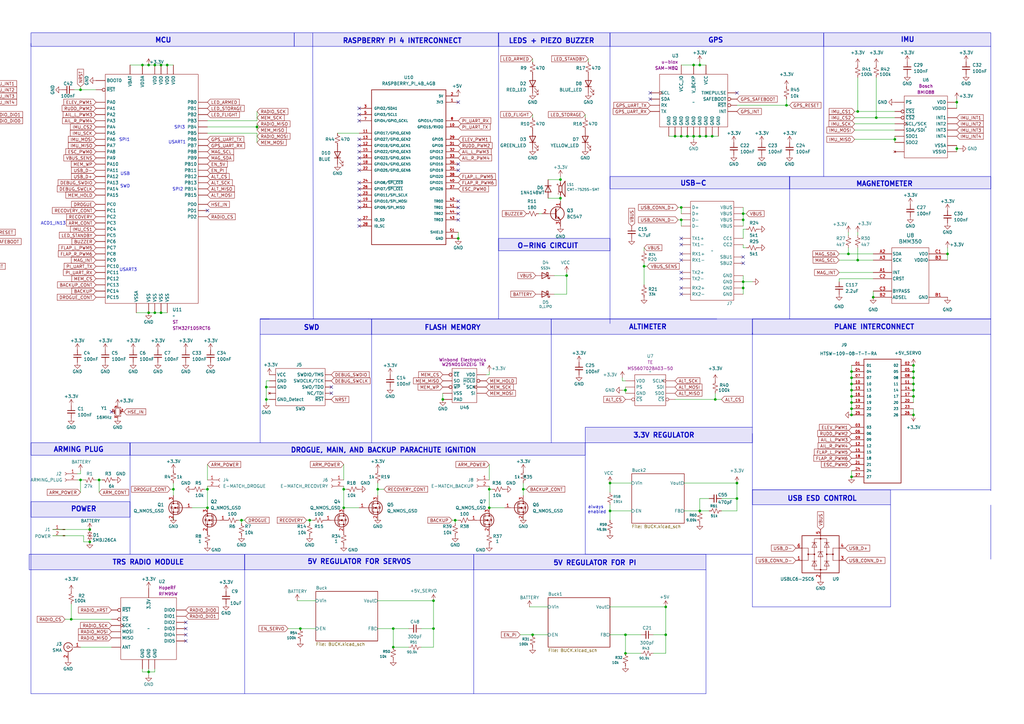
<source format=kicad_sch>
(kicad_sch (version 20250114) (generator "eeschema") (generator_version "9.0")
  (paper "A3")
  (rectangle (start 12.7 205.74) (end 53.34 212.09) (fill (type color) (color 20 0 205 0.11)))
  (rectangle (start 337.82 13.462) (end 406.4 19.05) (fill (type color) (color 20 0 205 0.11)))
  (rectangle (start 204.47 13.462) (end 250.19 19.05) (fill (type color) (color 20 0 205 0.11)))
  (rectangle (start 250.19 72.39) (end 323.85 77.47) (fill (type color) (color 20 0 205 0.11)))
  (rectangle (start 11.938 227.33) (end 100.33 233.68) (fill (type color) (color 20 0 205 0.11)))
  (rectangle (start 194.31 227.33) (end 289.56 233.68) (fill (type color) (color 20 0 205 0.11)))
  (rectangle (start 12.7 13.462) (end 120.65 19.05) (fill (type color) (color 20 0 205 0.11)))
  (rectangle (start 53.34 181.61) (end 240.03 186.69) (fill (type color) (color 20 0 205 0.11)))
  (rectangle (start 250.19 13.462) (end 337.82 19.05) (fill (type color) (color 20 0 205 0.11)))
  (rectangle (start 12.7 181.61) (end 53.34 186.69) (fill (type color) (color 20 0 205 0.11)))
  (rectangle (start 308.61 200.914) (end 365.252 207.01) (fill (type color) (color 20 0 205 0.11)))
  (rectangle (start 308.61 130.81) (end 406.4 137.16) (fill (type color) (color 20 0 205 0.11)))
  (rectangle (start 240.03 175.26) (end 308.61 181.61) (fill (type color) (color 20 0 205 0.11)))
  (rectangle (start 152.4 130.81) (end 226.06 137.16) (fill (type color) (color 20 0 205 0.11)))
  (rectangle (start 106.68 130.81) (end 152.4 137.16) (fill (type color) (color 20 0 205 0.11)))
  (rectangle (start 323.85 72.39) (end 406.4 77.47) (fill (type color) (color 20 0 205 0.11)))
  (rectangle (start 100.33 227.33) (end 194.31 233.68) (fill (type color) (color 20 0 205 0.11)))
  (rectangle (start 226.06 130.81) (end 308.61 137.16) (fill (type color) (color 20 0 205 0.11)))
  (rectangle (start 120.65 13.462) (end 204.47 19.05) (fill (type color) (color 20 0 205 0.11)))
  (rectangle (start 204.47 97.79) (end 250.19 102.87) (fill (type color) (color 20 0 205 0.11)))
  (text "USART1" (at 72.644 58.42 0) (effects (font (size 1.27 1.27))))
  (text "POWER" (at 28.956 210.058 0) (effects (font (size 2 2) (thickness 0.4) (bold yes)) (justify left bottom)))
  (text "TRS RADIO MODULE\n" (at 45.974 231.902 0) (effects (font (size 2 2) (thickness 0.4) (bold yes)) (justify left bottom)))
  (text "USB ESD CONTROL" (at 322.834 205.74 0) (effects (font (size 2 2) (thickness 0.4) (bold yes)) (justify left bottom)))
  (text "USART3\n" (at 52.578 110.744 0) (effects (font (size 1.27 1.27))))
  (text "SWD" (at 124.46 135.636 0) (effects (font (size 2 2) (thickness 0.4) (bold yes)) (justify left bottom)))
  (text "MCU" (at 63.5 17.78 0) (effects (font (size 2 2) (thickness 0.4) (bold yes)) (justify left bottom)))
  (text "PLANE INTERCONNECT" (at 341.884 135.382 0) (effects (font (size 2 2) (thickness 0.4) (bold yes)) (justify left bottom)))
  (text "always \nenabled\n" (at 244.856 209.042 0) (effects (font (size 1.27 1.27))))
  (text "ALTIMETER" (at 257.81 135.382 0) (effects (font (size 2 2) (thickness 0.4) (bold yes)) (justify left bottom)))
  (text "5V REGULATOR FOR SERVOS" (at 125.984 231.648 0) (effects (font (size 2 2) (thickness 0.4) (bold yes)) (justify left bottom)))
  (text "SPI2\n" (at 72.898 77.724 0) (effects (font (size 1.27 1.27))))
  (text "SWD\n" (at 51.308 76.454 0) (effects (font (size 1.27 1.27))))
  (text "O-RING CIRCUIT\n" (at 212.09 102.108 0) (effects (font (size 2 2) (thickness 0.4) (bold yes)) (justify left bottom)))
  (text "GPS" (at 290.322 17.78 0) (effects (font (size 2 2) (thickness 0.4) (bold yes)) (justify left bottom)))
  (text "IMU" (at 369.316 17.526 0) (effects (font (size 2 2) (thickness 0.4) (bold yes)) (justify left bottom)))
  (text "MAGNETOMETER" (at 351.028 76.708 0) (effects (font (size 2 2) (thickness 0.4) (bold yes)) (justify left bottom)))
  (text "FLASH MEMORY" (at 173.99 135.636 0) (effects (font (size 2 2) (thickness 0.4) (bold yes)) (justify left bottom)))
  (text "ARMING PLUG" (at 21.844 185.674 0) (effects (font (size 2 2) (thickness 0.4) (bold yes)) (justify left bottom)))
  (text "RASPBERRY PI 4 INTERCONNECT\n" (at 140.462 18.034 0) (effects (font (size 2 2) (thickness 0.4) (bold yes)) (justify left bottom)))
  (text "SPI1\n" (at 51.054 57.404 0) (effects (font (size 1.27 1.27))))
  (text "USB-C" (at 278.892 76.454 0) (effects (font (size 2 2) (thickness 0.4) (bold yes)) (justify left bottom)))
  (text "USB" (at 51.308 71.374 0) (effects (font (size 1.27 1.27))))
  (text "LEDS + PIEZO BUZZER" (at 208.534 18.034 0) (effects (font (size 2 2) (thickness 0.4) (bold yes)) (justify left bottom)))
  (text "DROGUE, MAIN, AND BACKUP PARACHUTE IGNITION" (at 119.126 185.928 0) (effects (font (size 2 2) (thickness 0.4) (bold yes)) (justify left bottom)))
  (text "5V REGULATOR FOR PI" (at 226.822 232.156 0) (effects (font (size 2 2) (thickness 0.4) (bold yes)) (justify left bottom)))
  (text "SPI3\n" (at 73.66 52.324 0) (effects (font (size 1.27 1.27))))
  (text "ACD1_IN13" (at 21.844 91.694 0) (effects (font (size 1.27 1.27))))
  (text "3.3V REGULATOR\n" (at 259.588 179.832 0) (effects (font (size 2 2) (thickness 0.4) (bold yes)) (justify left bottom)))
  (junction (at 218.44 260.35))
  (junction (at 85.09 200.66))
  (junction (at 40.64 196.85))
  (junction (at 349.25 162.56))
  (junction (at 374.65 157.48))
  (junction (at 250.19 209.55))
  (junction (at 105.41 52.07))
  (junction (at 60.96 275.59))
  (junction (at 256.54 267.97))
  (junction (at 109.22 158.75))
  (junction (at 392.43 60.96))
  (junction (at 281.94 55.88))
  (junction (at 123.19 257.81))
  (junction (at 284.48 55.88))
  (junction (at 349.25 154.94))
  (junction (at 33.02 196.85))
  (junction (at 276.86 55.88))
  (junction (at 351.79 45.72))
  (junction (at 374.65 160.02))
  (junction (at 302.26 198.12))
  (junction (at 287.02 26.67))
  (junction (at 349.25 170.18))
  (junction (at 358.14 121.92))
  (junction (at 349.25 165.1))
  (junction (at 71.12 200.66))
  (junction (at 229.87 73.66))
  (junction (at 264.16 109.22))
  (junction (at 36.83 217.17))
  (junction (at 60.96 26.67))
  (junction (at 127 213.36))
  (junction (at 304.8 118.11))
  (junction (at 374.65 170.18))
  (junction (at 200.66 200.66))
  (junction (at 85.09 208.28))
  (junction (at 140.97 208.28))
  (junction (at 322.58 43.18))
  (junction (at 63.5 26.67))
  (junction (at 161.29 265.43))
  (junction (at 374.65 154.94))
  (junction (at 66.04 128.27))
  (junction (at 347.98 104.14))
  (junction (at 302.26 204.47))
  (junction (at 229.87 81.28))
  (junction (at 392.43 41.91))
  (junction (at 287.02 209.55))
  (junction (at 109.22 163.83))
  (junction (at 29.21 254))
  (junction (at 161.29 257.81))
  (junction (at 304.8 115.57))
  (junction (at 66.04 26.67))
  (junction (at 186.69 213.36))
  (junction (at 63.5 128.27))
  (junction (at 284.48 26.67))
  (junction (at 292.1 55.88))
  (junction (at 293.37 163.83))
  (junction (at 349.25 195.58))
  (junction (at 33.02 36.83))
  (junction (at 374.65 152.4))
  (junction (at 304.8 87.63))
  (junction (at 349.25 152.4))
  (junction (at 374.65 149.86))
  (junction (at 289.56 55.88))
  (junction (at 256.54 260.35))
  (junction (at 367.03 57.15))
  (junction (at 349.25 167.64))
  (junction (at 349.25 157.48))
  (junction (at 279.4 55.88))
  (junction (at 279.4 85.09))
  (junction (at 60.96 128.27))
  (junction (at 36.83 222.25))
  (junction (at 140.97 200.66))
  (junction (at 250.19 198.12))
  (junction (at 99.06 213.36))
  (junction (at 388.62 104.14))
  (junction (at 359.41 48.26))
  (junction (at 58.42 26.67))
  (junction (at 154.94 200.66))
  (junction (at 187.96 97.79))
  (junction (at 273.05 260.35))
  (junction (at 256.54 160.02))
  (junction (at 177.8 257.81))
  (junction (at 200.66 208.28))
  (junction (at 177.8 246.38))
  (junction (at 287.02 55.88))
  (junction (at 181.61 163.83))
  (junction (at 279.4 90.17))
  (junction (at 304.8 90.17))
  (junction (at 68.58 26.67))
  (junction (at 214.63 200.66))
  (junction (at 351.79 106.68))
  (junction (at 273.05 248.92))
  (junction (at 349.25 160.02))
  (junction (at 232.41 113.03))
  (junction (at 374.65 162.56))
  (no_connect (at 147.32 85.09))
  (no_connect (at 147.32 64.77))
  (no_connect (at 147.32 57.15))
  (no_connect (at 266.7 40.64))
  (no_connect (at 76.2 255.27))
  (no_connect (at 76.2 260.35))
  (no_connect (at 279.4 104.14))
  (no_connect (at 45.72 168.91))
  (no_connect (at 279.4 118.11))
  (no_connect (at 266.7 38.1))
  (no_connect (at 302.26 38.1))
  (no_connect (at 147.32 49.53))
  (no_connect (at 147.32 77.47))
  (no_connect (at 279.4 100.33))
  (no_connect (at 279.4 106.68))
  (no_connect (at 187.96 41.91))
  (no_connect (at 279.4 97.79))
  (no_connect (at 279.4 120.65))
  (no_connect (at 187.96 87.63))
  (no_connect (at 147.32 44.45))
  (no_connect (at 147.32 67.31))
  (no_connect (at 279.4 114.3))
  (no_connect (at 187.96 90.17))
  (no_connect (at 147.32 69.85))
  (no_connect (at 135.89 158.75))
  (no_connect (at 279.4 111.76))
  (no_connect (at 187.96 67.31))
  (no_connect (at 147.32 90.17))
  (no_connect (at 147.32 74.93))
  (no_connect (at 187.96 82.55))
  (no_connect (at 304.8 105.41))
  (no_connect (at 187.96 69.85))
  (no_connect (at 76.2 257.81))
  (no_connect (at 147.32 82.55))
  (no_connect (at 147.32 62.23))
  (no_connect (at 85.09 86.36))
  (no_connect (at 147.32 92.71))
  (no_connect (at 147.32 80.01))
  (no_connect (at 187.96 85.09))
  (no_connect (at 76.2 262.89))
  (no_connect (at 135.89 161.29))
  (no_connect (at 147.32 59.69))
  (no_connect (at 304.8 107.95))
  (no_connect (at 147.32 46.99))
  (wire (pts (xy 66.04 128.27) (xy 68.58 128.27)))
  (wire (pts (xy 256.54 160.02) (xy 256.54 158.75)))
  (wire (pts (xy 392.43 40.64) (xy 392.43 41.91)))
  (wire (pts (xy 302.26 204.47) (xy 302.26 198.12)))
  (wire (pts (xy 256.54 156.21) (xy 255.27 156.21)))
  (wire (pts (xy 392.43 60.96) (xy 392.43 62.23)))
  (wire (pts (xy 186.69 213.36) (xy 185.42 213.36)))
  (wire (pts (xy 367.03 55.88) (xy 367.03 57.15)))
  (wire (pts (xy 347.98 96.52) (xy 347.98 95.25)))
  (wire (pts (xy 359.41 48.26) (xy 350.52 48.26)))
  (wire (pts (xy 63.5 128.27) (xy 66.04 128.27)))
  (wire (pts (xy 60.96 275.59) (xy 60.96 276.86)))
  (wire (pts (xy 349.25 193.04) (xy 349.25 195.58)))
  (wire (pts (xy 215.9 200.66) (xy 214.63 200.66)))
  (polyline (pts (xy 365.252 207.01) (xy 365.252 248.92)))
  (wire (pts (xy 367.03 48.26) (xy 359.41 48.26)))
  (wire (pts (xy 109.22 163.83) (xy 110.49 163.83)))
  (wire (pts (xy 40.64 196.85) (xy 40.64 201.93)))
  (wire (pts (xy 31.75 196.85) (xy 33.02 196.85)))
  (wire (pts (xy 304.8 118.11) (xy 304.8 120.65)))
  (wire (pts (xy 304.8 113.03) (xy 304.8 115.57)))
  (wire (pts (xy 40.64 196.85) (xy 41.91 196.85)))
  (wire (pts (xy 199.39 153.67) (xy 200.66 153.67)))
  (wire (pts (xy 58.42 274.32) (xy 58.42 275.59)))
  (wire (pts (xy 374.65 157.48) (xy 374.65 160.02)))
  (wire (pts (xy 349.25 162.56) (xy 349.25 165.1)))
  (wire (pts (xy 289.56 55.88) (xy 292.1 55.88)))
  (wire (pts (xy 279.4 90.17) (xy 279.4 92.71)))
  (wire (pts (xy 250.19 248.92) (xy 273.05 248.92)))
  (wire (pts (xy 78.74 208.28) (xy 85.09 208.28)))
  (wire (pts (xy 33.02 193.04) (xy 33.02 194.31)))
  (wire (pts (xy 344.17 111.76) (xy 358.14 111.76)))
  (wire (pts (xy 240.03 46.99) (xy 240.03 48.26)))
  (wire (pts (xy 161.29 257.81) (xy 161.29 265.43)))
  (wire (pts (xy 63.5 26.67) (xy 66.04 26.67)))
  (wire (pts (xy 349.25 152.4) (xy 349.25 154.94)))
  (wire (pts (xy 30.48 36.83) (xy 33.02 36.83)))
  (wire (pts (xy 71.12 198.12) (xy 71.12 200.66)))
  (wire (pts (xy 218.44 260.35) (xy 224.79 260.35)))
  (wire (pts (xy 140.97 190.5) (xy 140.97 196.85)))
  (wire (pts (xy 304.8 115.57) (xy 308.61 115.57)))
  (polyline (pts (xy 337.82 13.97) (xy 337.82 72.39)))
  (polyline (pts (xy 106.68 137.16) (xy 106.68 181.61)))
  (wire (pts (xy 140.97 200.66) (xy 140.97 208.28)))
  (polyline (pts (xy 240.03 181.61) (xy 240.03 227.33)))
  (wire (pts (xy 85.09 54.61) (xy 105.41 54.61)))
  (wire (pts (xy 121.92 246.38) (xy 129.54 246.38)))
  (wire (pts (xy 304.8 87.63) (xy 306.07 87.63)))
  (wire (pts (xy 83.82 200.66) (xy 85.09 200.66)))
  (polyline (pts (xy 308.61 130.81) (xy 406.4 130.81)))
  (wire (pts (xy 109.22 158.75) (xy 109.22 156.21)))
  (wire (pts (xy 302.26 43.18) (xy 322.58 43.18)))
  (wire (pts (xy 367.03 57.15) (xy 367.03 58.42)))
  (wire (pts (xy 349.25 154.94) (xy 349.25 157.48)))
  (wire (pts (xy 279.4 85.09) (xy 279.4 87.63)))
  (wire (pts (xy 293.37 163.83) (xy 276.86 163.83)))
  (polyline (pts (xy 152.4 137.16) (xy 152.4 181.61)))
  (wire (pts (xy 392.43 60.96) (xy 393.7 60.96)))
  (wire (pts (xy 276.86 55.88) (xy 279.4 55.88)))
  (polyline (pts (xy 365.252 248.92) (xy 308.61 248.92)))
  (wire (pts (xy 295.91 204.47) (xy 302.26 204.47)))
  (wire (pts (xy 290.83 204.47) (xy 287.02 204.47)))
  (wire (pts (xy 267.97 267.97) (xy 273.05 267.97)))
  (wire (pts (xy 201.93 200.66) (xy 200.66 200.66)))
  (polyline (pts (xy 53.34 227.33) (xy 53.34 181.61)))
  (wire (pts (xy 154.94 198.12) (xy 154.94 200.66)))
  (wire (pts (xy 154.94 257.81) (xy 161.29 257.81)))
  (wire (pts (xy 278.13 85.09) (xy 279.4 85.09)))
  (polyline (pts (xy 204.47 13.335) (xy 204.47 130.81)))
  (wire (pts (xy 351.79 45.72) (xy 350.52 45.72)))
  (wire (pts (xy 304.8 115.57) (xy 304.8 118.11)))
  (wire (pts (xy 187.96 95.25) (xy 187.96 97.79)))
  (wire (pts (xy 278.13 90.17) (xy 279.4 90.17)))
  (wire (pts (xy 388.62 101.6) (xy 388.62 104.14)))
  (wire (pts (xy 287.02 209.55) (xy 290.83 209.55)))
  (wire (pts (xy 53.34 26.67) (xy 58.42 26.67)))
  (wire (pts (xy 287.02 55.88) (xy 289.56 55.88)))
  (wire (pts (xy 264.16 109.22) (xy 264.16 116.84)))
  (wire (pts (xy 105.41 49.53) (xy 105.41 45.72)))
  (wire (pts (xy 267.97 260.35) (xy 273.05 260.35)))
  (wire (pts (xy 347.98 101.6) (xy 347.98 104.14)))
  (wire (pts (xy 154.94 213.36) (xy 154.94 212.09)))
  (wire (pts (xy 33.02 196.85) (xy 34.29 196.85)))
  (wire (pts (xy 154.94 200.66) (xy 154.94 203.2)))
  (wire (pts (xy 142.24 200.66) (xy 140.97 200.66)))
  (wire (pts (xy 232.41 113.03) (xy 232.41 120.65)))
  (wire (pts (xy 374.65 152.4) (xy 374.65 154.94)))
  (polyline (pts (xy 308.61 227.33) (xy 308.61 248.92)))
  (wire (pts (xy 214.63 198.12) (xy 214.63 200.66)))
  (wire (pts (xy 250.19 260.35) (xy 256.54 260.35)))
  (wire (pts (xy 214.63 200.66) (xy 214.63 203.2)))
  (wire (pts (xy 280.67 209.55) (xy 287.02 209.55)))
  (wire (pts (xy 304.8 87.63) (xy 304.8 90.17)))
  (wire (pts (xy 200.66 153.67) (xy 200.66 152.4)))
  (wire (pts (xy 273.05 267.97) (xy 273.05 260.35)))
  (wire (pts (xy 349.25 157.48) (xy 349.25 160.02)))
  (wire (pts (xy 29.21 247.65) (xy 29.21 254)))
  (wire (pts (xy 374.65 160.02) (xy 374.65 162.56)))
  (wire (pts (xy 287.02 204.47) (xy 287.02 209.55)))
  (wire (pts (xy 265.43 109.22) (xy 264.16 109.22)))
  (wire (pts (xy 344.17 114.3) (xy 358.14 114.3)))
  (wire (pts (xy 264.16 102.87) (xy 264.16 101.6)))
  (wire (pts (xy 29.21 254) (xy 45.72 254)))
  (wire (pts (xy 262.89 260.35) (xy 256.54 260.35)))
  (wire (pts (xy 349.25 160.02) (xy 349.25 162.56)))
  (wire (pts (xy 241.3 24.13) (xy 241.3 25.4)))
  (wire (pts (xy 264.16 107.95) (xy 264.16 109.22)))
  (polyline (pts (xy 100.33 227.33) (xy 100.33 284.48)))
  (wire (pts (xy 287.02 26.67) (xy 289.56 26.67)))
  (polyline (pts (xy 323.85 72.39) (xy 323.85 130.81)))
  (polyline (pts (xy 289.56 233.68) (xy 289.56 284.48)))
  (wire (pts (xy 293.37 161.29) (xy 293.37 163.83)))
  (polyline (pts (xy 194.31 232.41) (xy 194.31 284.48)))
  (wire (pts (xy 217.17 248.92) (xy 224.79 248.92)))
  (wire (pts (xy 186.69 213.36) (xy 186.69 214.63)))
  (wire (pts (xy 34.29 219.71) (xy 21.59 219.71)))
  (wire (pts (xy 392.43 59.69) (xy 392.43 60.96)))
  (polyline (pts (xy 194.31 284.48) (xy 289.56 284.48)))
  (wire (pts (xy 109.22 158.75) (xy 110.49 158.75)))
  (polyline (pts (xy 12.7 284.48) (xy 194.31 284.48)))
  (wire (pts (xy 200.66 200.66) (xy 200.66 208.28)))
  (wire (pts (xy 214.63 213.36) (xy 214.63 212.09)))
  (wire (pts (xy 60.96 26.67) (xy 63.5 26.67)))
  (wire (pts (xy 60.96 275.59) (xy 63.5 275.59)))
  (wire (pts (xy 304.8 93.98) (xy 304.8 97.79)))
  (wire (pts (xy 147.32 208.28) (xy 140.97 208.28)))
  (wire (pts (xy 274.32 55.88) (xy 276.86 55.88)))
  (wire (pts (xy 58.42 275.59) (xy 60.96 275.59)))
  (wire (pts (xy 295.91 163.83) (xy 293.37 163.83)))
  (polyline (pts (xy 406.4 200.914) (xy 308.61 200.914)))
  (wire (pts (xy 21.59 217.17) (xy 36.83 217.17)))
  (wire (pts (xy 105.41 54.61) (xy 105.41 58.42)))
  (polyline (pts (xy 151.13 130.81) (xy 294.005 130.81)))
  (wire (pts (xy 292.1 55.88) (xy 294.64 55.88)))
  (wire (pts (xy 255.27 156.21) (xy 255.27 154.94)))
  (wire (pts (xy 105.41 50.8) (xy 105.41 52.07)))
  (wire (pts (xy 218.44 46.99) (xy 218.44 48.26)))
  (wire (pts (xy 60.96 128.27) (xy 63.5 128.27)))
  (wire (pts (xy 99.06 213.36) (xy 100.33 213.36)))
  (wire (pts (xy 109.22 156.21) (xy 110.49 156.21)))
  (polyline (pts (xy 308.61 177.8) (xy 308.61 227.33)))
  (wire (pts (xy 85.09 52.07) (xy 105.41 52.07)))
  (wire (pts (xy 218.44 24.13) (xy 218.44 25.4)))
  (wire (pts (xy 250.19 198.12) (xy 250.19 201.93)))
  (wire (pts (xy 229.87 72.39) (xy 229.87 73.66)))
  (polyline (pts (xy 226.06 137.16) (xy 226.06 181.61)))
  (polyline (pts (xy 250.19 19.05) (xy 250.19 132.715)))
  (wire (pts (xy 279.4 55.88) (xy 281.94 55.88)))
  (wire (pts (xy 349.25 165.1) (xy 349.25 167.64)))
  (wire (pts (xy 85.09 190.5) (xy 85.09 196.85)))
  (wire (pts (xy 26.67 254) (xy 29.21 254)))
  (wire (pts (xy 34.29 219.71) (xy 34.29 222.25)))
  (wire (pts (xy 374.65 162.56) (xy 374.65 165.1)))
  (wire (pts (xy 224.79 81.28) (xy 229.87 81.28)))
  (wire (pts (xy 304.8 85.09) (xy 304.8 87.63)))
  (wire (pts (xy 140.97 199.39) (xy 140.97 200.66)))
  (wire (pts (xy 367.03 53.34) (xy 350.52 53.34)))
  (wire (pts (xy 347.98 104.14) (xy 358.14 104.14)))
  (wire (pts (xy 284.48 55.88) (xy 287.02 55.88)))
  (wire (pts (xy 172.72 265.43) (xy 177.8 265.43)))
  (wire (pts (xy 367.03 45.72) (xy 351.79 45.72)))
  (wire (pts (xy 351.79 31.75) (xy 351.79 45.72)))
  (wire (pts (xy 224.79 73.66) (xy 229.87 73.66)))
  (wire (pts (xy 220.98 87.63) (xy 222.25 87.63)))
  (wire (pts (xy 161.29 265.43) (xy 167.64 265.43)))
  (wire (pts (xy 85.09 199.39) (xy 85.09 200.66)))
  (wire (pts (xy 227.33 120.65) (xy 232.41 120.65)))
  (wire (pts (xy 154.94 246.38) (xy 177.8 246.38)))
  (wire (pts (xy 127 213.36) (xy 127 214.63)))
  (wire (pts (xy 359.41 31.75) (xy 359.41 48.26)))
  (polyline (pts (xy 240.03 227.33) (xy 308.61 227.33)))
  (wire (pts (xy 392.43 41.91) (xy 392.43 44.45)))
  (wire (pts (xy 85.09 200.66) (xy 85.09 208.28)))
  (wire (pts (xy 304.8 101.6) (xy 304.8 100.33)))
  (polyline (pts (xy 406.4 137.16) (xy 406.4 201.295)))
  (wire (pts (xy 374.65 154.94) (xy 374.65 157.48)))
  (wire (pts (xy 349.25 149.86) (xy 349.25 152.4)))
  (wire (pts (xy 207.01 208.28) (xy 200.66 208.28)))
  (polyline (pts (xy 308.61 136.525) (xy 308.61 175.26)))
  (wire (pts (xy 281.94 55.88) (xy 284.48 55.88)))
  (polyline (pts (xy 406.4 19.05) (xy 406.4 130.81)))
  (wire (pts (xy 344.17 106.68) (xy 351.79 106.68)))
  (wire (pts (xy 304.8 101.6) (xy 306.07 101.6)))
  (wire (pts (xy 58.42 26.67) (xy 60.96 26.67)))
  (wire (pts (xy 367.03 50.8) (xy 350.52 50.8)))
  (wire (pts (xy 213.36 260.35) (xy 218.44 260.35)))
  (wire (pts (xy 97.79 213.36) (xy 99.06 213.36)))
  (wire (pts (xy 287.02 26.67) (xy 284.48 26.67)))
  (wire (pts (xy 351.79 101.6) (xy 351.79 106.68)))
  (wire (pts (xy 273.05 260.35) (xy 273.05 248.92)))
  (wire (pts (xy 66.04 26.67) (xy 68.58 26.67)))
  (wire (pts (xy 287.02 26.67) (xy 287.02 25.4)))
  (wire (pts (xy 99.06 213.36) (xy 99.06 214.63)))
  (wire (pts (xy 71.12 213.36) (xy 71.12 212.09)))
  (wire (pts (xy 167.64 257.81) (xy 161.29 257.81)))
  (wire (pts (xy 256.54 160.02) (xy 255.27 160.02)))
  (wire (pts (xy 304.8 90.17) (xy 304.8 92.71)))
  (wire (pts (xy 187.96 213.36) (xy 186.69 213.36)))
  (wire (pts (xy 200.66 199.39) (xy 200.66 200.66)))
  (wire (pts (xy 138.43 54.61) (xy 147.32 54.61)))
  (polyline (pts (xy 12.7 17.78) (xy 12.7 284.48)))
  (wire (pts (xy 60.96 274.32) (xy 60.96 275.59)))
  (wire (pts (xy 68.58 26.67) (xy 71.12 26.67)))
  (wire (pts (xy 229.87 82.55) (xy 229.87 81.28)))
  (wire (pts (xy 295.91 209.55) (xy 302.26 209.55)))
  (wire (pts (xy 256.54 267.97) (xy 262.89 267.97)))
  (wire (pts (xy 33.02 196.85) (xy 33.02 201.93)))
  (wire (pts (xy 351.79 106.68) (xy 358.14 106.68)))
  (wire (pts (xy 322.58 40.64) (xy 322.58 43.18)))
  (wire (pts (xy 374.65 149.86) (xy 374.65 152.4)))
  (wire (pts (xy 125.73 213.36) (xy 127 213.36)))
  (wire (pts (xy 279.4 26.67) (xy 284.48 26.67)))
  (wire (pts (xy 344.17 115.57) (xy 344.17 114.3)))
  (wire (pts (xy 256.54 161.29) (xy 256.54 160.02)))
  (wire (pts (xy 172.72 257.81) (xy 177.8 257.81)))
  (wire (pts (xy 157.48 200.66) (xy 154.94 200.66)))
  (wire (pts (xy 304.8 93.98) (xy 306.07 93.98)))
  (wire (pts (xy 256.54 260.35) (xy 256.54 267.97)))
  (wire (pts (xy 250.19 207.01) (xy 250.19 209.55)))
  (wire (pts (xy 284.48 55.88) (xy 284.48 57.15)))
  (wire (pts (xy 127 213.36) (xy 128.27 213.36)))
  (wire (pts (xy 39.37 196.85) (xy 40.64 196.85)))
  (wire (pts (xy 71.12 200.66) (xy 71.12 203.2)))
  (wire (pts (xy 302.26 198.12) (xy 280.67 198.12)))
  (wire (pts (xy 250.19 198.12) (xy 259.08 198.12)))
  (wire (pts (xy 351.79 96.52) (xy 351.79 95.25)))
  (wire (pts (xy 232.41 111.76) (xy 232.41 113.03)))
  (wire (pts (xy 181.61 163.83) (xy 181.61 161.29)))
  (wire (pts (xy 33.02 265.43) (xy 45.72 265.43)))
  (wire (pts (xy 250.19 209.55) (xy 250.19 213.36)))
  (wire (pts (xy 350.52 57.15) (xy 367.03 57.15)))
  (wire (pts (xy 388.62 104.14) (xy 388.62 106.68)))
  (wire (pts (xy 344.17 104.14) (xy 347.98 104.14)))
  (wire (pts (xy 105.41 52.07) (xy 105.41 53.34)))
  (wire (pts (xy 63.5 275.59) (xy 63.5 274.32)))
  (wire (pts (xy 302.26 209.55) (xy 302.26 204.47)))
  (wire (pts (xy 118.11 257.81) (xy 123.19 257.81)))
  (wire (pts (xy 177.8 265.43) (xy 177.8 257.81)))
  (wire (pts (xy 259.08 209.55) (xy 250.19 209.55)))
  (wire (pts (xy 358.14 119.38) (xy 358.14 121.92)))
  (wire (pts (xy 55.88 128.27) (xy 60.96 128.27)))
  (wire (pts (xy 227.33 113.03) (xy 232.41 113.03)))
  (wire (pts (xy 34.29 222.25) (xy 36.83 222.25)))
  (wire (pts (xy 33.02 194.31) (xy 31.75 194.31)))
  (wire (pts (xy 349.25 167.64) (xy 349.25 170.18)))
  (wire (pts (xy 85.09 49.53) (xy 105.41 49.53)))
  (wire (pts (xy 374.65 170.18) (xy 374.65 167.64)))
  (wire (pts (xy 33.02 36.83) (xy 39.37 36.83)))
  (wire (pts (xy 109.22 163.83) (xy 109.22 165.1)))
  (wire (pts (xy 123.19 257.81) (xy 129.54 257.81)))
  (wire (pts (xy 33.02 35.56) (xy 33.02 36.83)))
  (polyline (pts (xy 128.27 13.462) (xy 128.524 130.81)))
  (wire (pts (xy 177.8 257.81) (xy 177.8 246.38)))
  (wire (pts (xy 323.85 43.18) (xy 322.58 43.18)))
  (polyline (pts (xy 406.4 207.1371) (xy 406.4 229.362)))
  (polyline (pts (xy 106.68 130.81) (xy 151.13 130.81)))
  (wire (pts (xy 69.85 200.66) (xy 71.12 200.66)))
  (wire (pts (xy 200.66 190.5) (xy 200.66 196.85)))
  (wire (pts (xy 109.22 163.83) (xy 109.22 158.75)))
  (polyline (pts (xy 106.68 130.81) (xy 110.49 130.81)))
  (global_label "PI_UART_RX" (shape input) (at 39.37 111.76 180) (property "Intersheetrefs" "${INTERSHEET_REFS}" (effects (hide yes))))
  (global_label "MEM_CS" (shape input) (at 181.61 153.67 180) (property "Intersheetrefs" "${INTERSHEET_REFS}" (effects (hide yes))))
  (global_label "USB_CONN_D-" (shape input) (at 278.13 90.17 180) (property "Intersheetrefs" "${INTERSHEET_REFS}" (effects (hide yes))))
  (global_label "GPS_SAFEBOOT" (shape input) (at 302.26 40.64 0) (property "Intersheetrefs" "${INTERSHEET_REFS}" (effects (hide yes))))
  (global_label "IMU_INT1" (shape input) (at -4.064 34.29 0) (property "Intersheetrefs" "${INTERSHEET_REFS}" (effects (hide yes))))
  (global_label "LED_ARMED" (shape input) (at 85.09 41.91 0) (property "Intersheetrefs" "${INTERSHEET_REFS}" (effects (hide yes))))
  (global_label "RADIO_MOSI" (shape input) (at 45.72 259.08 180) (property "Intersheetrefs" "${INTERSHEET_REFS}" (effects (hide yes))))
  (global_label "MEM_CS" (shape input) (at 39.37 114.3 180) (property "Intersheetrefs" "${INTERSHEET_REFS}" (effects (hide yes))))
  (global_label "RADIO_MOSI" (shape input) (at 105.41 55.88 0) (property "Intersheetrefs" "${INTERSHEET_REFS}" (effects (hide yes))))
  (global_label "ALT_MISO" (shape input) (at 276.86 161.29 0) (property "Intersheetrefs" "${INTERSHEET_REFS}" (effects (hide yes))))
  (global_label "FLAP_L_PWM5" (shape input) (at 187.96 72.39 0) (property "Intersheetrefs" "${INTERSHEET_REFS}" (effects (hide yes))))
  (global_label "MAG_SCL" (shape input) (at 344.17 106.68 180) (property "Intersheetrefs" "${INTERSHEET_REFS}" (effects (hide yes))))
  (global_label "ALT_CS" (shape input) (at 85.09 72.39 0) (property "Intersheetrefs" "${INTERSHEET_REFS}" (effects (hide yes))))
  (global_label "EN_5V" (shape input) (at 85.09 67.31 0) (property "Intersheetrefs" "${INTERSHEET_REFS}" (effects (hide yes))))
  (global_label "RECOVERY_CONT" (shape input) (at 157.48 200.66 0) (property "Intersheetrefs" "${INTERSHEET_REFS}" (effects (hide yes))))
  (global_label "GPS_SAFEBOOT" (shape input) (at -7.874 99.06 0) (property "Intersheetrefs" "${INTERSHEET_REFS}" (effects (hide yes))))
  (global_label "RECOVERY" (shape input) (at 125.73 213.36 180) (property "Intersheetrefs" "${INTERSHEET_REFS}" (effects (hide yes))))
  (global_label "MAG_SDA" (shape input) (at 85.09 64.77 0) (property "Intersheetrefs" "${INTERSHEET_REFS}" (effects (hide yes))))
  (global_label "IMU_INT2" (shape input) (at 392.43 50.8 0) (property "Intersheetrefs" "${INTERSHEET_REFS}" (effects (hide yes))))
  (global_label "BACKUP_CONT" (shape input) (at 39.37 116.84 180) (property "Intersheetrefs" "${INTERSHEET_REFS}" (effects (hide yes))))
  (global_label "ALT_CS" (shape input) (at 295.91 163.83 0) (property "Intersheetrefs" "${INTERSHEET_REFS}" (effects (hide yes))))
  (global_label "IMU_INT4" (shape input) (at -4.064 41.91 0) (property "Intersheetrefs" "${INTERSHEET_REFS}" (effects (hide yes))))
  (global_label "ARM_POWER" (shape input) (at 140.97 190.5 180) (property "Intersheetrefs" "${INTERSHEET_REFS}" (effects (hide yes))))
  (global_label "ARM_CONT" (shape input) (at 39.37 91.44 180) (property "Intersheetrefs" "${INTERSHEET_REFS}" (effects (hide yes))))
  (global_label "FLAP_R_PWM6" (shape input) (at 187.96 74.93 0) (property "Intersheetrefs" "${INTERSHEET_REFS}" (effects (hide yes))))
  (global_label "IMU_INT4" (shape input) (at 392.43 55.88 0) (property "Intersheetrefs" "${INTERSHEET_REFS}" (effects (hide yes))))
  (global_label "DEBUG_SWCLK" (shape input) (at 135.89 156.21 0) (property "Intersheetrefs" "${INTERSHEET_REFS}" (effects (hide yes))))
  (global_label "RUDD_PWM2" (shape input) (at 349.25 177.8 180) (property "Intersheetrefs" "${INTERSHEET_REFS}" (effects (hide yes))))
  (global_label "BACKUP_CONT" (shape input) (at 215.9 200.66 0) (property "Intersheetrefs" "${INTERSHEET_REFS}" (effects (hide yes))))
  (global_label "VBUS" (shape input) (at 219.71 113.03 180) (property "Intersheetrefs" "${INTERSHEET_REFS}" (effects (hide yes))))
  (global_label "LED_STORAGE" (shape input) (at 240.03 46.99 180) (property "Intersheetrefs" "${INTERSHEET_REFS}" (effects (hide yes))))
  (global_label "IMU_CS1" (shape input) (at 350.52 45.72 180) (property "Intersheetrefs" "${INTERSHEET_REFS}" (effects (hide yes))))
  (global_label "ESC_PWM0" (shape input) (at 187.96 77.47 0) (property "Intersheetrefs" "${INTERSHEET_REFS}" (effects (hide yes))))
  (global_label "BATTERY" (shape input) (at 219.71 120.65 180) (property "Intersheetrefs" "${INTERSHEET_REFS}" (effects (hide yes))))
  (global_label "FLAP_L_PWM5" (shape input) (at 349.25 185.42 180) (property "Intersheetrefs" "${INTERSHEET_REFS}" (effects (hide yes))))
  (global_label "MEM_SCK" (shape input) (at 199.39 158.75 0) (property "Intersheetrefs" "${INTERSHEET_REFS}" (effects (hide yes))))
  (global_label "RADIO_MISO" (shape input) (at 105.41 50.8 0) (property "Intersheetrefs" "${INTERSHEET_REFS}" (effects (hide yes))))
  (global_label "GPS_INT" (shape input) (at -7.874 109.22 0) (property "Intersheetrefs" "${INTERSHEET_REFS}" (effects (hide yes))))
  (global_label "LED_FLIGHT" (shape input) (at 218.44 46.99 180) (property "Intersheetrefs" "${INTERSHEET_REFS}" (effects (hide yes))))
  (global_label "RADIO_DIO0" (shape input) (at -4.064 49.53 0) (property "Intersheetrefs" "${INTERSHEET_REFS}" (effects (hide yes))))
  (global_label "LED_FLIGHT" (shape input) (at 85.09 46.99 0) (property "Intersheetrefs" "${INTERSHEET_REFS}" (effects (hide yes))))
  (global_label "RUDD_PWM2" (shape input) (at 39.37 44.45 180) (property "Intersheetrefs" "${INTERSHEET_REFS}" (effects (hide yes))))
  (global_label "MEM_SCK" (shape input) (at 105.41 48.26 0) (property "Intersheetrefs" "${INTERSHEET_REFS}" (effects (hide yes))))
  (global_label "GPS_INT" (shape input) (at 302.26 45.72 0) (property "Intersheetrefs" "${INTERSHEET_REFS}" (effects (hide yes))))
  (global_label "MEM_MISO" (shape input) (at 181.61 156.21 180) (property "Intersheetrefs" "${INTERSHEET_REFS}" (effects (hide yes))))
  (global_label "USB_CONN_D+" (shape input) (at 346.71 229.87 0) (property "Intersheetrefs" "${INTERSHEET_REFS}" (effects (hide yes))))
  (global_label "MEM_MOSI" (shape input) (at 199.39 161.29 0) (property "Intersheetrefs" "${INTERSHEET_REFS}" (effects (hide yes))))
  (global_label "GPS_RESET" (shape input) (at -6.604 95.25 0) (property "Intersheetrefs" "${INTERSHEET_REFS}" (effects (hide yes))))
  (global_label "FLAP_R_PWM6" (shape input) (at 39.37 104.14 180) (property "Intersheetrefs" "${INTERSHEET_REFS}" (effects (hide yes))))
  (global_label "EN_SERVO" (shape input) (at 118.11 257.81 180) (property "Intersheetrefs" "${INTERSHEET_REFS}" (effects (hide yes))))
  (global_label "AIL_L_PWM3" (shape input) (at 349.25 180.34 180) (property "Intersheetrefs" "${INTERSHEET_REFS}" (effects (hide yes))))
  (global_label "VBUS" (shape input) (at 259.08 92.71 90) (property "Intersheetrefs" "${INTERSHEET_REFS}" (effects (hide yes))))
  (global_label "MAG_SCL" (shape input) (at 85.09 62.23 0) (property "Intersheetrefs" "${INTERSHEET_REFS}" (effects (hide yes))))
  (global_label "GPS_UART_TX" (shape input) (at 266.7 43.18 180) (property "Intersheetrefs" "${INTERSHEET_REFS}" (effects (hide yes))))
  (global_label "VBUS" (shape input) (at 336.55 217.17 90) (property "Intersheetrefs" "${INTERSHEET_REFS}" (effects (hide yes))))
  (global_label "IMU_MISO" (shape input) (at 39.37 59.69 180) (property "Intersheetrefs" "${INTERSHEET_REFS}" (effects (hide yes))))
  (global_label "EN_PI" (shape input) (at 213.36 260.35 180) (property "Intersheetrefs" "${INTERSHEET_REFS}" (effects (hide yes))))
  (global_label "AIL_L_PWM3" (shape input) (at 39.37 46.99 180) (property "Intersheetrefs" "${INTERSHEET_REFS}" (effects (hide yes))))
  (global_label "PI_UART_TX" (shape input) (at 187.96 52.07 0) (property "Intersheetrefs" "${INTERSHEET_REFS}" (effects (hide yes))))
  (global_label "ALT_CS" (shape input) (at 256.54 163.83 180) (property "Intersheetrefs" "${INTERSHEET_REFS}" (effects (hide yes))))
  (global_label "ELEV_PWM1" (shape input) (at 349.25 175.26 180) (property "Intersheetrefs" "${INTERSHEET_REFS}" (effects (hide yes))))
  (global_label "MEM_WP" (shape input) (at 181.61 158.75 180) (property "Intersheetrefs" "${INTERSHEET_REFS}" (effects (hide yes))))
  (global_label "DROGUE_CONT" (shape input) (at 39.37 121.92 180) (property "Intersheetrefs" "${INTERSHEET_REFS}" (effects (hide yes))))
  (global_label "ALT_MISO" (shape input) (at 85.09 77.47 0) (property "Intersheetrefs" "${INTERSHEET_REFS}" (effects (hide yes))))
  (global_label "LED_STANDBY" (shape input) (at 241.3 24.13 180) (property "Intersheetrefs" "${INTERSHEET_REFS}" (effects (hide yes))))
  (global_label "IMU_SCK" (shape input) (at 39.37 54.61 180) (property "Intersheetrefs" "${INTERSHEET_REFS}" (effects (hide yes))))
  (global_label "RADIO_DIO1" (shape input) (at 76.2 252.73 0) (property "Intersheetrefs" "${INTERSHEET_REFS}" (effects (hide yes))))
  (global_label "GPS_UART_TX" (shape input) (at 85.09 57.15 0) (property "Intersheetrefs" "${INTERSHEET_REFS}" (effects (hide yes))))
  (global_label "ARM_POWER" (shape input) (at 33.02 201.93 180) (property "Intersheetrefs" "${INTERSHEET_REFS}" (effects (hide yes))))
  (global_label "IMU_INT3" (shape input) (at 392.43 53.34 0) (property "Intersheetrefs" "${INTERSHEET_REFS}" (effects (hide yes))))
  (global_label "EN_PI" (shape input) (at 85.09 69.85 0) (property "Intersheetrefs" "${INTERSHEET_REFS}" (effects (hide yes))))
  (global_label "RADIO_SCK" (shape input) (at 105.41 45.72 0) (property "Intersheetrefs" "${INTERSHEET_REFS}" (effects (hide yes))))
  (global_label "ELEV_PWM1" (shape input) (at 187.96 57.15 0) (property "Intersheetrefs" "${INTERSHEET_REFS}" (effects (hide yes))))
  (global_label "GPS_UART_RX" (shape input) (at 266.7 45.72 180) (property "Intersheetrefs" "${INTERSHEET_REFS}" (effects (hide yes))))
  (global_label "NRST" (shape input) (at 135.89 163.83 0) (property "Intersheetrefs" "${INTERSHEET_REFS}" (effects (hide yes))))
  (global_label "USB_D+" (shape input) (at 346.71 224.79 0) (property "Intersheetrefs" "${INTERSHEET_REFS}" (effects (hide yes))))
  (global_label "IMU_INT2" (shape input) (at -4.064 36.83 0) (property "Intersheetrefs" "${INTERSHEET_REFS}" (effects (hide yes))))
  (global_label "RECOVERY_CONT" (shape input) (at 39.37 86.36 180) (property "Intersheetrefs" "${INTERSHEET_REFS}" (effects (hide yes))))
  (global_label "GPS_UART_RX" (shape input) (at 85.09 59.69 0) (property "Intersheetrefs" "${INTERSHEET_REFS}" (effects (hide yes))))
  (global_label "NRST" (shape input) (at 33.02 35.56 90) (property "Intersheetrefs" "${INTERSHEET_REFS}" (effects (hide yes))))
  (global_label "LED_ARMED" (shape input) (at 218.44 24.13 180) (property "Intersheetrefs" "${INTERSHEET_REFS}" (effects (hide yes))))
  (global_label "LED_STANDBY" (shape input) (at 39.37 96.52 180) (property "Intersheetrefs" "${INTERSHEET_REFS}" (effects (hide yes))))
  (global_label "MEM_WP" (shape input) (at 39.37 67.31 180) (property "Intersheetrefs" "${INTERSHEET_REFS}" (effects (hide yes))))
  (global_label "AIL_R_PWM4" (shape input) (at 187.96 64.77 0) (property "Intersheetrefs" "${INTERSHEET_REFS}" (effects (hide yes))))
  (global_label "MEM_HOLD" (shape input) (at 39.37 80.01 180) (property "Intersheetrefs" "${INTERSHEET_REFS}" (effects (hide yes))))
  (global_label "ALT_MOSI" (shape input) (at 85.09 80.01 0) (property "Intersheetrefs" "${INTERSHEET_REFS}" (effects (hide yes))))
  (global_label "HSE_IN" (shape input) (at 50.8 168.91 0) (property "Intersheetrefs" "${INTERSHEET_REFS}" (effects (hide yes))))
  (global_label "ALT_MOSI" (shape input) (at 276.86 158.75 0) (property "Intersheetrefs" "${INTERSHEET_REFS}" (effects (hide yes))))
  (global_label "ARM_CONT" (shape input) (at 40.64 201.93 0) (property "Intersheetrefs" "${INTERSHEET_REFS}" (effects (hide yes))))
  (global_label "IMU_MOSI" (shape input) (at 350.52 53.34 180) (property "Intersheetrefs" "${INTERSHEET_REFS}" (effects (hide yes))))
  (global_label "BUZZER" (shape input) (at 215.9 87.63 180) (property "Intersheetrefs" "${INTERSHEET_REFS}" (effects (hide yes))))
  (global_label "IMU_CS1" (shape input) (at 39.37 93.98 180) (property "Intersheetrefs" "${INTERSHEET_REFS}" (effects (hide yes))))
  (global_label "FLAP_R_PWM6" (shape input) (at 349.25 187.96 180) (property "Intersheetrefs" "${INTERSHEET_REFS}" (effects (hide yes))))
  (global_label "BACKUP" (shape input) (at 39.37 119.38 180) (property "Intersheetrefs" "${INTERSHEET_REFS}" (effects (hide yes))))
  (global_label "RECOVERY" (shape input) (at 39.37 88.9 180) (property "Intersheetrefs" "${INTERSHEET_REFS}" (effects (hide yes))))
  (global_label "DROGUE" (shape input) (at 100.33 213.36 0) (property "Intersheetrefs" "${INTERSHEET_REFS}" (effects (hide yes))))
  (global_label "RADIO_DIO0" (shape input) (at 76.2 250.19 0) (property "Intersheetrefs" "${INTERSHEET_REFS}" (effects (hide yes))))
  (global_label "IMU_MOSI" (shape input) (at 39.37 57.15 180) (property "Intersheetrefs" "${INTERSHEET_REFS}" (effects (hide yes))))
  (global_label "VBUS" (shape input) (at 306.07 87.63 0) (property "Intersheetrefs" "${INTERSHEET_REFS}" (effects (hide yes))))
  (global_label "PI_UART_TX" (shape input) (at 39.37 109.22 180) (property "Intersheetrefs" "${INTERSHEET_REFS}" (effects (hide yes))))
  (global_label "DEBUG_SWDIO" (shape input) (at 135.89 153.67 0) (property "Intersheetrefs" "${INTERSHEET_REFS}" (effects (hide yes))))
  (global_label "LED_STORAGE" (shape input) (at 85.09 44.45 0) (property "Intersheetrefs" "${INTERSHEET_REFS}" (effects (hide yes))))
  (global_label "AIL_R_PWM4" (shape input) (at 349.25 182.88 180) (property "Intersheetrefs" "${INTERSHEET_REFS}" (effects (hide yes))))
  (global_label "VBUS_SENS" (shape input) (at 39.37 64.77 180) (property "Intersheetrefs" "${INTERSHEET_REFS}" (effects (hide yes))))
  (global_label "USB_D-" (shape input) (at 326.39 224.79 180) (property "Intersheetrefs" "${INTERSHEET_REFS}" (effects (hide yes))))
  (global_label "MAG_SDA" (shape input) (at 344.17 104.14 180) (property "Intersheetrefs" "${INTERSHEET_REFS}" (effects (hide yes))))
  (global_label "ESC_PWM0" (shape input) (at 349.25 190.5 180) (property "Intersheetrefs" "${INTERSHEET_REFS}" (effects (hide yes))))
  (global_label "BACKUP" (shape input) (at 185.42 213.36 180) (property "Intersheetrefs" "${INTERSHEET_REFS}" (effects (hide yes))))
  (global_label "ARM_POWER" (shape input) (at 200.66 190.5 180) (property "Intersheetrefs" "${INTERSHEET_REFS}" (effects (hide yes))))
  (global_label "USB_CONN_D-" (shape input) (at 326.39 229.87 180) (property "Intersheetrefs" "${INTERSHEET_REFS}" (effects (hide yes))))
  (global_label "AIL_L_PWM3" (shape input) (at 187.96 62.23 0) (property "Intersheetrefs" "${INTERSHEET_REFS}" (effects (hide yes))))
  (global_label "MAG_INT" (shape input) (at 39.37 106.68 180) (property "Intersheetrefs" "${INTERSHEET_REFS}" (effects (hide yes))))
  (global_label "RADIO_DIO1" (shape input) (at -4.064 46.99 0) (property "Intersheetrefs" "${INTERSHEET_REFS}" (effects (hide yes))))
  (global_label "DROGUE" (shape input) (at 39.37 83.82 180) (property "Intersheetrefs" "${INTERSHEET_REFS}" (effects (hide yes))))
  (global_label "RADIO_MISO" (shape input) (at 45.72 261.62 180) (property "Intersheetrefs" "${INTERSHEET_REFS}" (effects (hide yes))))
  (global_label "HSE_IN" (shape input) (at 85.09 83.82 0) (property "Intersheetrefs" "${INTERSHEET_REFS}" (effects (hide yes))))
  (global_label "USB_D-" (shape input) (at 39.37 69.85 180) (property "Intersheetrefs" "${INTERSHEET_REFS}" (effects (hide yes))))
  (global_label "DROGUE_CONT" (shape input) (at 69.85 200.66 180) (property "Intersheetrefs" "${INTERSHEET_REFS}" (effects (hide yes))))
  (global_label "RUDD_PWM2" (shape input) (at 187.96 59.69 0) (property "Intersheetrefs" "${INTERSHEET_REFS}" (effects (hide yes))))
  (global_label "IMU_CS2" (shape input) (at 39.37 52.07 180) (property "Intersheetrefs" "${INTERSHEET_REFS}" (effects (hide yes))))
  (global_label "VBUS" (shape input) (at 264.16 101.6 0) (property "Intersheetrefs" "${INTERSHEET_REFS}" (effects (hide yes))))
  (global_label "RADIO_CS" (shape input) (at 26.67 254 180) (property "Intersheetrefs" "${INTERSHEET_REFS}" (effects (hide yes))))
  (global_label "PI_UART_RX" (shape input) (at 187.96 49.53 0) (property "Intersheetrefs" "${INTERSHEET_REFS}" (effects (hide yes))))
  (global_label "USB_D+" (shape input) (at 39.37 72.39 180) (property "Intersheetrefs" "${INTERSHEET_REFS}" (effects (hide yes))))
  (global_label "IMU_INT1" (shape input) (at 392.43 48.26 0) (property "Intersheetrefs" "${INTERSHEET_REFS}" (effects (hide yes))))
  (global_label "ALT_SCK" (shape input) (at 276.86 156.21 0) (property "Intersheetrefs" "${INTERSHEET_REFS}" (effects (hide yes))))
  (global_label "BUZZER" (shape input) (at 39.37 99.06 180) (property "Intersheetrefs" "${INTERSHEET_REFS}" (effects (hide yes))))
  (global_label "MAG_INT" (shape input) (at 344.17 111.76 180) (property "Intersheetrefs" "${INTERSHEET_REFS}" (effects (hide yes))))
  (global_label "MEM_MOSI" (shape input) (at 105.41 58.42 0) (property "Intersheetrefs" "${INTERSHEET_REFS}" (effects (hide yes))))
  (global_label "MEM_MISO" (shape input) (at 105.41 53.34 0) (property "Intersheetrefs" "${INTERSHEET_REFS}" (effects (hide yes))))
  (global_label "ARM_POWER" (shape input) (at 85.09 190.5 0) (property "Intersheetrefs" "${INTERSHEET_REFS}" (effects (hide yes))))
  (global_label "GPS_RESET" (shape input) (at 323.85 43.18 0) (property "Intersheetrefs" "${INTERSHEET_REFS}" (effects (hide yes))))
  (global_label "IMU_SCK" (shape input) (at 350.52 50.8 180) (property "Intersheetrefs" "${INTERSHEET_REFS}" (effects (hide yes))))
  (global_label "DEBUG_SWCLK" (shape input) (at 39.37 77.47 180) (property "Intersheetrefs" "${INTERSHEET_REFS}" (effects (hide yes))))
  (global_label "RADIO_CS" (shape input) (at 85.09 88.9 0) (property "Intersheetrefs" "${INTERSHEET_REFS}" (effects (hide yes))))
  (global_label "ALT_SCK" (shape input) (at 85.09 74.93 0) (property "Intersheetrefs" "${INTERSHEET_REFS}" (effects (hide yes))))
  (global_label "MEM_HOLD" (shape input) (at 199.39 156.21 0) (property "Intersheetrefs" "${INTERSHEET_REFS}" (effects (hide yes))))
  (global_label "AIL_R_PWM4" (shape input) (at 39.37 49.53 180) (property "Intersheetrefs" "${INTERSHEET_REFS}" (effects (hide yes))))
  (global_label "RADIO_SCK" (shape input) (at 45.72 256.54 180) (property "Intersheetrefs" "${INTERSHEET_REFS}" (effects (hide yes))))
  (global_label "VBUS_SENS" (shape input) (at 265.43 109.22 0) (property "Intersheetrefs" "${INTERSHEET_REFS}" (effects (hide yes))))
  (global_label "IMU_CS2" (shape input) (at 350.52 48.26 180) (property "Intersheetrefs" "${INTERSHEET_REFS}" (effects (hide yes))))
  (global_label "ESC_PWM0" (shape input) (at 39.37 62.23 180) (property "Intersheetrefs" "${INTERSHEET_REFS}" (effects (hide yes))))
  (global_label "USB_CONN_D+" (shape input) (at 278.13 85.09 180) (property "Intersheetrefs" "${INTERSHEET_REFS}" (effects (hide yes))))
  (global_label "DEBUG_SWDIO" (shape input) (at 39.37 74.93 180) (property "Intersheetrefs" "${INTERSHEET_REFS}" (effects (hide yes))))
  (global_label "ELEV_PWM1" (shape input) (at 39.37 41.91 180) (property "Intersheetrefs" "${INTERSHEET_REFS}" (effects (hide yes))))
  (global_label "FLAP_L_PWM5" (shape input) (at 39.37 101.6 180) (property "Intersheetrefs" "${INTERSHEET_REFS}" (effects (hide yes))))
  (global_label "IMU_MISO" (shape input) (at 350.52 57.15 180) (property "Intersheetrefs" "${INTERSHEET_REFS}" (effects (hide yes))))
  (global_label "RADIO_nRST" (shape input) (at 45.72 250.19 180) (property "Intersheetrefs" "${INTERSHEET_REFS}" (effects (hide yes))))
  (global_label "IMU_INT3" (shape input) (at -4.064 39.37 0) (property "Intersheetrefs" "${INTERSHEET_REFS}" (effects (hide yes))))
  (symbol (lib_id "Device:LED") (at 218.44 34.29 90) (unit 1)
    (property "Reference" "D2" (at 215.9 34.29 90) (effects (justify left)))
    (property "Value" "RED_LED" (at 215.9 36.83 90) (effects (justify left)))
    (property "Footprint" "Diode_SMD:D_0603_1608Metric" (effects (hide yes)))
    (property "Manufacturer" "Generic" (effects (hide yes)))
    (property "Part #" "Generic Green LED" (effects (hide yes)))
  )
  (symbol (lib_id "Device:R_Small_US") (at 140.97 220.98 0) (unit 1)
    (property "Reference" "R34" (at 135.89 219.964 0) (effects (justify left)))
    (property "Value" "1" (at 137.16 221.996 0) (effects (justify left)))
    (property "Footprint" "Resistor_SMD:R_0603_1608Metric" (effects (hide yes)))
    (property "Description" "Resistor, small US symbol" (effects (hide yes)))
  )
  (symbol (lib_id "Device:R_Small_US") (at 218.44 50.8 0) (unit 1)
    (property "Reference" "R10" (at 213.36 50.8 0) (effects (justify left)))
    (property "Value" "470" (at 219.71 50.8 0) (effects (justify left)))
    (property "Footprint" "Resistor_SMD:R_0603_1608Metric" (effects (hide yes)))
    (property "Manufacturer" "Generic" (effects (hide yes)))
    (property "Part #" "Generic 0603 470 1% Resistor" (effects (hide yes)))
  )
  (symbol (lib_id "Device:R_Small_US") (at 308.61 101.6 270) (unit 1)
    (property "Reference" "R25" (at 307.34 99.06 90) (effects (justify left)))
    (property "Value" "5k1" (at 307.34 104.14 90) (effects (justify left)))
    (property "Footprint" "Resistor_SMD:R_0603_1608Metric" (effects (hide yes)))
    (property "Manufacturer" "Generic" (effects (hide yes)))
    (property "Part #" "Generic 0603 5.1k 1% Resistor" (effects (hide yes)))
  )
  (symbol (lib_id "power:GND") (at 140.97 223.52 0) (unit 1)
    (property "Reference" "#PWR049" (effects (hide yes)))
    (property "Value" "GND" (at 144.78 225.552 0))
  )
  (symbol (lib_id "Device:C_Small") (at 373.38 86.36 0) (unit 1)
    (property "Reference" "C27" (at 375.92 85.0963 0) (effects (justify left)))
    (property "Value" "100nF" (at 375.92 87.6363 0) (effects (justify left)))
    (property "Footprint" "Capacitor_SMD:C_0402_1005Metric" (effects (hide yes)))
    (property "Part #" "Generic CAP CER 0.1UF 6.3V X7R 0402" (effects (hide yes)))
    (property "Manufacturer" "Generic" (effects (hide yes)))
  )
  (symbol (lib_id "UCIRP-KiCAD-Lib:SST25VF016B") (at 190.5 157.48 0) (unit 1)
    (property "Reference" "U46" (at 190.5 167.132 0))
    (property "Value" "~" (at 190.5 157.48 0))
    (property "Footprint" "Package_SON:WSON-8-1EP_8x6mm_P1.27mm_EP3.4x4.3mm" (effects (hide yes)))
    (property "Datasheet" "https://www.winbond.com/resource-files/w25n01gv%20revl%20050918%20unsecured.pdf" (effects (hide yes)))
    (property "Manufacturer" "Winbond Electronics" (at 189.738 147.574 0))
    (property "Part #" "W25N01GVZEIG TR" (at 189.992 149.479 0))
  )
  (symbol (lib_id "power:+3.3V") (at 237.49 148.59 0) (unit 1)
    (property "Reference" "#PWR092" (effects (hide yes)))
    (property "Value" "+3.3V" (at 237.49 144.78 0))
  )
  (symbol (lib_id "power:GND") (at 71.12 212.09 0) (unit 1)
    (property "Reference" "#PWR024" (effects (hide yes)))
    (property "Value" "GND" (at 71.12 215.9 0))
  )
  (symbol (lib_id "Device:R_Small_US") (at 85.09 220.98 0) (unit 1)
    (property "Reference" "R8" (at 80.01 219.964 0) (effects (justify left)))
    (property "Value" "1" (at 81.28 221.996 0) (effects (justify left)))
    (property "Footprint" "Resistor_SMD:R_0603_1608Metric" (effects (hide yes)))
    (property "Description" "Resistor, small US symbol" (effects (hide yes)))
  )
  (symbol (lib_id "power:GND") (at 388.62 91.44 0) (unit 1)
    (property "Reference" "#PWR095" (effects (hide yes)))
    (property "Value" "GND" (at 388.62 95.25 0))
  )
  (symbol (lib_name "+3.3V_6") (lib_id "power:+3.3V") (at 250.19 198.12 0) (unit 1)
    (property "Reference" "#PWR0148" (effects (hide yes)))
    (property "Value" "VCC" (at 249.682 194.056 0))
    (property "Description" "Power symbol creates a global label with name \"+3.3V\"" (effects (hide yes)))
  )
  (symbol (lib_id "power:GND") (at 336.55 237.49 0) (unit 1)
    (property "Reference" "#PWR0120" (effects (hide yes)))
    (property "Value" "GND" (at 336.55 241.3 0))
  )
  (symbol (lib_id "power:GND") (at 308.61 115.57 90) (unit 1)
    (property "Reference" "#PWR083" (effects (hide yes)))
    (property "Value" "GND" (effects (hide yes)))
  )
  (symbol (lib_id "Device:R_Small_US") (at 71.12 195.58 0) (unit 1)
    (property "Reference" "R4" (at 67.31 195.58 0) (effects (justify left)))
    (property "Value" "1k" (at 72.39 195.58 0) (effects (justify left)))
    (property "Footprint" "Resistor_SMD:R_0603_1608Metric" (effects (hide yes)))
    (property "Manufacturer" "Generic" (effects (hide yes)))
    (property "Part #" "Generic 0603 1k 1% Resistor" (effects (hide yes)))
  )
  (symbol (lib_id "Device:Q_NMOS_GSD") (at 152.4 208.28 0) (unit 1)
    (property "Reference" "Q5" (at 158.75 207.01 0) (effects (justify left)))
    (property "Value" "Q_NMOS_GSD" (at 158.75 209.55 0) (effects (justify left)))
    (property "Footprint" "Package_TO_SOT_SMD:TSOT-23" (effects (hide yes)))
    (property "Datasheet" "https://assets.nexperia.com/documents/data-sheet/PMV30UN2.pdf" (effects (hide yes)))
    (property "Manufacturer" "nexperia" (effects (hide yes)))
    (property "Part #" "PMV30UN2" (effects (hide yes)))
  )
  (symbol (lib_id "power:GND") (at 60.96 128.27 0) (unit 1)
    (property "Reference" "#PWR0130" (effects (hide yes)))
    (property "Value" "GND" (at 60.96 132.08 0))
  )
  (symbol (lib_id "Device:R_Small_US") (at 264.16 105.41 0) (unit 1)
    (property "Reference" "R20" (at 269.494 106.426 0) (effects (justify right)))
    (property "Value" "82k" (at 268.986 104.394 0) (effects (font (size 1.016 1.016)) (justify right)))
    (property "Footprint" "Resistor_SMD:R_0603_1608Metric" (effects (hide yes)))
    (property "Manufacturer" "Generic" (effects (hide yes)))
    (property "Part #" "Generic 0603 33k 1% Resistor" (effects (hide yes)))
  )
  (symbol (lib_id "Device:R_Small_US") (at 130.81 213.36 90) (unit 1)
    (property "Reference" "R15" (at 130.81 215.9 90))
    (property "Value" "100" (at 130.81 210.82 90))
    (property "Footprint" "Resistor_SMD:R_0603_1608Metric" (effects (hide yes)))
    (property "Manufacturer" "Generic" (effects (hide yes)))
    (property "Part #" "Generic 0603 100 1% Resistor" (effects (hide yes)))
  )
  (symbol (lib_id "power:+3.3V") (at 110.49 153.67 0) (mirror y) (unit 1)
    (property "Reference" "#PWR035" (effects (hide yes)))
    (property "Value" "+3.3V" (at 110.998 149.606 0))
  )
  (symbol (lib_id "power:+3.3V") (at 200.66 152.4 0) (unit 1)
    (property "Reference" "#PWR076" (effects (hide yes)))
    (property "Value" "+3.3V" (at 204.47 151.13 0))
  )
  (symbol (lib_id "power:+5V") (at 374.65 149.86 0) (unit 1)
    (property "Reference" "#PWR0126" (effects (hide yes)))
    (property "Value" "+5V_SERVO" (at 372.364 144.78 0))
    (property "Description" "Power symbol creates a global label with name \"+5V\"" (effects (hide yes)))
  )
  (symbol (lib_id "Device:R_Small_US") (at 29.21 245.11 0) (mirror x) (unit 1)
    (property "Reference" "R2" (at 34.798 244.348 0) (effects (justify right)))
    (property "Value" "100k" (at 35.306 246.38 0) (effects (justify right)))
    (property "Footprint" "Resistor_SMD:R_0603_1608Metric" (effects (hide yes)))
    (property "Manufacturer" "Generic" (effects (hide yes)))
    (property "Part #" "Generic 0603 1k 1% Resistor" (effects (hide yes)))
  )
  (symbol (lib_id "power:+5V") (at 273.05 248.92 0) (unit 1)
    (property "Reference" "#PWR078" (effects (hide yes)))
    (property "Value" "+5V" (at 272.542 244.856 0))
    (property "Description" "Power symbol creates a global label with name \"+5V\"" (effects (hide yes)))
  )
  (symbol (lib_id "power:+5V") (at 187.96 39.37 0) (unit 1)
    (property "Reference" "#PWR082" (effects (hide yes)))
    (property "Value" "+5V" (at 187.452 35.306 0))
    (property "Description" "Power symbol creates a global label with name \"+5V\"" (effects (hide yes)))
  )
  (symbol (lib_id "power:GND") (at 367.03 41.91 270) (mirror x) (unit 1)
    (property "Reference" "#PWR098" (effects (hide yes)))
    (property "Value" "GND" (at 361.95 41.91 90))
  )
  (symbol (lib_id "power:GND") (at 311.15 93.98 90) (unit 1)
    (property "Reference" "#PWR088" (effects (hide yes)))
    (property "Value" "GND" (effects (hide yes)))
  )
  (symbol (lib_id "Device:C_Small") (at 27.94 36.83 90) (unit 1)
    (property "Reference" "C42" (at 27.94 34.29 90))
    (property "Value" "100nF" (at 27.94 39.37 90))
    (property "Footprint" "Capacitor_SMD:C_0603_1608Metric" (effects (hide yes)))
    (property "Manufacturer" "Generic" (effects (hide yes)))
    (property "Part #" "Generic 0603 6.3V 100nF X7R MLCC" (effects (hide yes)))
  )
  (symbol (lib_id "Device:R_Small_US") (at 264.16 119.38 180) (unit 1)
    (property "Reference" "R21" (at 269.748 118.618 0) (effects (justify left)))
    (property "Value" "33k" (at 268.986 120.65 0) (effects (font (size 1.016 1.016)) (justify left)))
    (property "Footprint" "Resistor_SMD:R_0603_1608Metric" (effects (hide yes)))
    (property "Manufacturer" "Generic" (effects (hide yes)))
    (property "Part #" "Generic 0603 82k 1% Resistor" (effects (hide yes)))
  )
  (symbol (lib_id "power:GND") (at 181.61 163.83 0) (mirror y) (unit 1)
    (property "Reference" "#PWR064" (effects (hide yes)))
    (property "Value" "GND" (at 181.61 167.64 0))
  )
  (symbol (lib_id "Device:R_Small_US") (at 322.58 38.1 0) (unit 1)
    (property "Reference" "R45" (at 324.104 36.83 0) (effects (justify left)))
    (property "Value" "10k" (at 324.104 39.37 0) (effects (justify left)))
    (property "Footprint" "Resistor_SMD:R_0603_1608Metric" (effects (hide yes)))
    (property "Description" "Resistor, small US symbol" (effects (hide yes)))
  )
  (symbol (lib_id "power:+3.3V") (at 60.96 26.67 0) (unit 1)
    (property "Reference" "#PWR018" (effects (hide yes)))
    (property "Value" "+3.3V" (at 64.262 25.4 0))
  )
  (symbol (lib_id "Connector:Conn_01x02_Socket") (at 135.89 196.85 0) (mirror y) (unit 1)
    (property "Reference" "J6" (at 134.62 196.85 0) (effects (justify left)))
    (property "Value" "E-MATCH_RECOVERY" (at 134.62 199.39 0) (effects (justify left)))
    (property "Footprint" "TerminalBlock:TerminalBlock_bornier-2_P5.08mm" (effects (hide yes)))
    (property "Manufacturer" "Generic" (effects (hide yes)))
    (property "Part #" "Generic Horizontal TH P5.08mm Screw Fastened" (effects (hide yes)))
  )
  (symbol (lib_id "Device:R_Small_US") (at 204.47 200.66 90) (mirror x) (unit 1)
    (property "Reference" "R36" (at 205.74 198.12 90) (effects (justify left)))
    (property "Value" "10k" (at 205.74 203.2 90) (effects (justify left)))
    (property "Footprint" "Resistor_SMD:R_0603_1608Metric" (effects (hide yes)))
    (property "Manufacturer" "Generic" (effects (hide yes)))
    (property "Part #" "Generic 0603 10k 1% Resistor" (effects (hide yes)))
  )
  (symbol (lib_id "power:GND") (at 323.85 63.5 0) (unit 1)
    (property "Reference" "#PWR081" (effects (hide yes)))
    (property "Value" "GND" (at 323.85 67.31 0))
  )
  (symbol (lib_name "GND_11") (lib_id "power:GND") (at 349.25 195.58 0) (unit 1)
    (property "Reference" "#PWR0127" (effects (hide yes)))
    (property "Value" "GND" (effects (hide yes)))
    (property "Description" "Power symbol creates a global label with name \"GND\" , ground" (effects (hide yes)))
  )
  (symbol (lib_id "Device:Q_NMOS_GSD") (at 212.09 208.28 0) (unit 1)
    (property "Reference" "Q6" (at 218.44 207.01 0) (effects (justify left)))
    (property "Value" "Q_NMOS_GSD" (at 218.44 209.55 0) (effects (justify left)))
    (property "Footprint" "Package_TO_SOT_SMD:TSOT-23" (effects (hide yes)))
    (property "Datasheet" "https://assets.nexperia.com/documents/data-sheet/PMV30UN2.pdf" (effects (hide yes)))
    (property "Manufacturer" "nexperia" (effects (hide yes)))
    (property "Part #" "PMV30UN2" (effects (hide yes)))
  )
  (symbol (lib_name "GND_9") (lib_id "power:GND") (at 229.87 92.71 0) (unit 1)
    (property "Reference" "#PWR043" (effects (hide yes)))
    (property "Value" "GND" (at 229.87 97.028 0))
    (property "Description" "Power symbol creates a global label with name \"GND\" , ground" (effects (hide yes)))
  )
  (symbol (lib_name "+3.3V_8") (lib_id "power:+3.3V") (at 302.26 198.12 0) (unit 1)
    (property "Reference" "#PWR0150" (effects (hide yes)))
    (property "Value" "+3.3V" (at 302.26 193.04 0))
    (property "Description" "Power symbol creates a global label with name \"+3.3V\"" (effects (hide yes)))
  )
  (symbol (lib_name "GND_1") (lib_id "power:GND") (at 344.17 120.65 0) (unit 1)
    (property "Reference" "#PWR0361" (effects (hide yes)))
    (property "Value" "GND" (at 344.17 125.73 0))
    (property "Description" "Power symbol creates a global label with name \"GND\" , ground" (effects (hide yes)))
  )
  (symbol (lib_id "Device:R_Small_US") (at 241.3 27.94 0) (unit 1)
    (property "Reference" "R17" (at 236.22 27.94 0) (effects (justify left)))
    (property "Value" "470" (at 242.57 27.94 0) (effects (justify left)))
    (property "Footprint" "Resistor_SMD:R_0603_1608Metric" (effects (hide yes)))
    (property "Manufacturer" "Generic" (effects (hide yes)))
    (property "Part #" "Generic 0603 470 1% Resistor" (effects (hide yes)))
  )
  (symbol (lib_id "power:+3.3V") (at 29.21 242.57 0) (unit 1)
    (property "Reference" "#PWR08" (effects (hide yes)))
    (property "Value" "+3.3V" (at 29.21 237.49 0))
    (property "Description" "Power symbol creates a global label with name \"+3.3V\"" (effects (hide yes)))
  )
  (symbol (lib_id "power:+3.3V") (at 60.96 241.3 0) (unit 1)
    (property "Reference" "#PWR019" (effects (hide yes)))
    (property "Value" "+3.3V" (at 60.96 237.49 0))
  )
  (symbol (lib_id "power:GND") (at 39.37 33.02 270) (unit 1)
    (property "Reference" "#PWR0129" (effects (hide yes)))
    (property "Value" "GND" (at 35.56 33.02 0))
  )
  (symbol (lib_name "GND_12") (lib_id "power:GND") (at 250.19 218.44 0) (unit 1)
    (property "Reference" "#PWR0146" (effects (hide yes)))
    (property "Value" "GND" (effects (hide yes)))
    (property "Description" "Power symbol creates a global label with name \"GND\" , ground" (effects (hide yes)))
  )
  (symbol (lib_id "power:GND") (at 147.32 200.66 90) (mirror x) (unit 1)
    (property "Reference" "#PWR051" (effects (hide yes)))
    (property "Value" "GND" (at 149.86 198.12 90))
  )
  (symbol (lib_id "power:GND") (at 259.08 97.79 0) (unit 1)
    (property "Reference" "#PWR056" (effects (hide yes)))
    (property "Value" "GND" (effects (hide yes)))
  )
  (symbol (lib_name "GND_12") (lib_id "power:GND") (at 218.44 265.43 0) (unit 1)
    (property "Reference" "#PWR010" (effects (hide yes)))
    (property "Value" "GND" (effects (hide yes)))
    (property "Description" "Power symbol creates a global label with name \"GND\" , ground" (effects (hide yes)))
  )
  (symbol (lib_id "Device:R_Small_US") (at 308.61 93.98 270) (unit 1)
    (property "Reference" "R24" (at 307.34 91.44 90) (effects (justify left)))
    (property "Value" "5k1" (at 307.34 96.52 90) (effects (justify left)))
    (property "Footprint" "Resistor_SMD:R_0603_1608Metric" (effects (hide yes)))
    (property "Manufacturer" "Generic" (effects (hide yes)))
    (property "Part #" "Generic 0603 5.1k 1% Resistor" (effects (hide yes)))
  )
  (symbol (lib_id "power:+3.3V") (at 71.12 193.04 0) (unit 1)
    (property "Reference" "#PWR023" (effects (hide yes)))
    (property "Value" "+3.3V" (at 71.12 189.23 0))
  )
  (symbol (lib_id "Device:R_Small_US") (at 170.18 265.43 90) (unit 1)
    (property "Reference" "R51" (at 171.196 263.398 90) (effects (font (size 1.016 1.016)) (justify left)))
    (property "Value" "90.9k" (at 171.196 267.462 90) (effects (font (size 1.016 1.016)) (justify left)))
    (property "Footprint" "Resistor_SMD:R_0603_1608Metric" (effects (hide yes)))
    (property "Description" "Resistor, small US symbol" (effects (hide yes)))
  )
  (symbol (lib_name "+3.3V_5") (lib_id "power:+3.3V") (at 322.58 35.56 0) (unit 1)
    (property "Reference" "#PWR0132" (effects (hide yes)))
    (property "Value" "+3.3V" (at 322.58 30.48 0))
    (property "Description" "Power symbol creates a global label with name \"+3.3V\"" (effects (hide yes)))
  )
  (symbol (lib_id "Device:C_Small") (at 54.61 146.05 0) (unit 1)
    (property "Reference" "C6" (at 57.15 144.7863 0) (effects (justify left)))
    (property "Value" "100nF" (at 57.15 147.3263 0) (effects (justify left)))
    (property "Footprint" "Capacitor_SMD:C_0603_1608Metric" (effects (hide yes)))
    (property "Manufacturer" "Generic" (effects (hide yes)))
    (property "Part #" "Generic 0603 6.3V 100nF X7R MLCC" (effects (hide yes)))
  )
  (symbol (lib_id "power:+3.3V") (at 372.11 25.4 0) (unit 1)
    (property "Reference" "#PWR0103" (effects (hide yes)))
    (property "Value" "+3.3V" (at 372.11 21.59 0))
  )
  (symbol (lib_id "power:+3.3V") (at 92.71 242.57 0) (unit 1)
    (property "Reference" "#PWR033" (effects (hide yes)))
    (property "Value" "+3.3V" (at 92.71 238.76 0))
  )
  (symbol (lib_id "Device:R_Small_US") (at 218.44 27.94 0) (unit 1)
    (property "Reference" "R9" (at 213.36 27.94 0) (effects (justify left)))
    (property "Value" "470" (at 219.71 27.94 0) (effects (justify left)))
    (property "Footprint" "Resistor_SMD:R_0603_1608Metric" (effects (hide yes)))
    (property "Manufacturer" "Generic" (effects (hide yes)))
    (property "Part #" "Generic 0603 470 1% Resistor" (effects (hide yes)))
  )
  (symbol (lib_name "GND_12") (lib_id "power:GND") (at 123.19 262.89 0) (unit 1)
    (property "Reference" "#PWR0139" (effects (hide yes)))
    (property "Value" "GND" (effects (hide yes)))
    (property "Description" "Power symbol creates a global label with name \"GND\" , ground" (effects (hide yes)))
  )
  (symbol (lib_id "power:+3.3V") (at 293.37 156.21 0) (unit 1)
    (property "Reference" "#PWR077" (effects (hide yes)))
    (property "Value" "+3.3V" (at 293.37 151.13 0))
    (property "Description" "Power symbol creates a global label with name \"+3.3V\"" (effects (hide yes)))
  )
  (symbol (lib_id "power:GND") (at 373.38 88.9 0) (unit 1)
    (property "Reference" "#PWR086" (effects (hide yes)))
    (property "Value" "GND" (at 373.38 92.71 0))
  )
  (symbol (lib_id "Device:C_Small") (at 29.21 168.91 0) (unit 1)
    (property "Reference" "C1" (at 31.75 167.6463 0) (effects (justify left)))
    (property "Value" "100nF" (at 31.75 170.1863 0) (effects (justify left)))
    (property "Footprint" "Capacitor_SMD:C_0603_1608Metric" (effects (hide yes)))
    (property "Manufacturer" "Generic" (effects (hide yes)))
    (property "Part #" "Generic 0603 6.3V 100nF X7R MLCC" (effects (hide yes)))
  )
  (symbol (lib_id "Connector:Conn_01x02_Socket") (at 195.58 196.85 0) (mirror y) (unit 1)
    (property "Reference" "J8" (at 194.31 196.85 0) (effects (justify left)))
    (property "Value" "E-MATCH_BACKUP" (at 194.31 199.39 0) (effects (justify left)))
    (property "Footprint" "TerminalBlock:TerminalBlock_bornier-2_P5.08mm" (effects (hide yes)))
    (property "Manufacturer" "Generic" (effects (hide yes)))
    (property "Part #" "Generic Horizontal TH P5.08mm Screw Fastened" (effects (hide yes)))
  )
  (symbol (lib_id "power:+3.3V") (at 31.75 143.51 0) (unit 1)
    (property "Reference" "#PWR013" (effects (hide yes)))
    (property "Value" "+3.3V" (at 31.75 139.7 0))
  )
  (symbol (lib_id "Device:R_Small_US") (at 36.83 196.85 90) (mirror x) (unit 1)
    (property "Reference" "R1" (at 38.1 194.31 90) (effects (justify left)))
    (property "Value" "27k" (at 38.1 199.39 90) (effects (justify left)))
    (property "Footprint" "Resistor_SMD:R_0603_1608Metric" (effects (hide yes)))
    (property "Manufacturer" "Generic" (effects (hide yes)))
    (property "Part #" "Generic 0603 1k 1% Resistor" (effects (hide yes)))
  )
  (symbol (lib_id "Device:C_Small") (at 293.37 204.47 270) (mirror x) (unit 1)
    (property "Reference" "C55" (at 296.418 202.946 90))
    (property "Value" "470pF" (at 297.434 205.994 90))
    (property "Footprint" "Capacitor_SMD:C_0603_1608Metric" (effects (hide yes)))
    (property "Manufacturer" "Generic" (effects (hide yes)))
    (property "Part #" "Generic 0603 6.3V 100nF X7R MLCC" (effects (hide yes)))
  )
  (symbol (lib_id "Connector:Conn_01x02_Socket") (at 26.67 194.31 0) (mirror y) (unit 1)
    (property "Reference" "J2" (at 24.13 194.31 0))
    (property "Value" "ARMING_PLUG" (at 19.05 196.85 0))
    (property "Footprint" "TerminalBlock:TerminalBlock_bornier-2_P5.08mm" (effects (hide yes)))
    (property "Manufacturer" "Generic" (effects (hide yes)))
    (property "Part #" "Generic Horizontal TH P5.08mm Screw Fastened" (effects (hide yes)))
  )
  (symbol (lib_id "Device:C_Small") (at 160.02 156.21 0) (unit 1)
    (property "Reference" "C14" (at 162.56 154.9463 0) (effects (justify left)))
    (property "Value" "100nF" (at 162.56 157.4863 0) (effects (justify left)))
    (property "Footprint" "Capacitor_SMD:C_0603_1608Metric" (effects (hide yes)))
    (property "Manufacturer" "Generic" (effects (hide yes)))
    (property "Part #" "Generic 0603 6.3V 100nF X7R MLCC" (effects (hide yes)))
  )
  (symbol (lib_id "power:+3.3V") (at 29.21 166.37 0) (unit 1)
    (property "Reference" "#PWR02" (effects (hide yes)))
    (property "Value" "+3.3V" (at 29.21 162.56 0))
  )
  (symbol (lib_id "Device:Q_NMOS_GSD") (at 73.66 208.28 0) (mirror y) (unit 1)
    (property "Reference" "Q1" (at 67.31 207.01 0) (effects (justify left)))
    (property "Value" "Q_NMOS_GSD" (at 67.31 209.55 0) (effects (justify left)))
    (property "Footprint" "Package_TO_SOT_SMD:TSOT-23" (effects (hide yes)))
    (property "Datasheet" "https://assets.nexperia.com/documents/data-sheet/PMV30UN2.pdf" (effects (hide yes)))
    (property "Manufacturer" "nexperia" (effects (hide yes)))
    (property "Part #" "PMV30UN2" (effects (hide yes)))
  )
  (symbol (lib_name "GND_12") (lib_id "power:GND") (at 256.54 273.05 0) (unit 1)
    (property "Reference" "#PWR011" (effects (hide yes)))
    (property "Value" "GND" (effects (hide yes)))
    (property "Description" "Power symbol creates a global label with name \"GND\" , ground" (effects (hide yes)))
  )
  (symbol (lib_id "Device:R_Small_US") (at 214.63 195.58 0) (mirror y) (unit 1)
    (property "Reference" "R35" (at 218.44 195.58 0) (effects (justify left)))
    (property "Value" "1k" (at 213.36 195.58 0) (effects (justify left)))
    (property "Footprint" "Resistor_SMD:R_0603_1608Metric" (effects (hide yes)))
    (property "Manufacturer" "Generic" (effects (hide yes)))
    (property "Part #" "Generic 0603 1k 1% Resistor" (effects (hide yes)))
  )
  (symbol (lib_id "Device:R_Small_US") (at 190.5 213.36 270) (mirror x) (unit 1)
    (property "Reference" "R38" (at 190.5 215.9 90))
    (property "Value" "100" (at 190.5 210.82 90))
    (property "Footprint" "Resistor_SMD:R_0603_1608Metric" (effects (hide yes)))
    (property "Manufacturer" "Generic" (effects (hide yes)))
    (property "Part #" "Generic 0603 100 1% Resistor" (effects (hide yes)))
  )
  (symbol (lib_id "Device:R_Small_US") (at 81.28 200.66 270) (unit 1)
    (property "Reference" "R5" (at 80.01 198.12 90) (effects (justify left)))
    (property "Value" "10k" (at 80.01 203.2 90) (effects (justify left)))
    (property "Footprint" "Resistor_SMD:R_0603_1608Metric" (effects (hide yes)))
    (property "Manufacturer" "Generic" (effects (hide yes)))
    (property "Part #" "Generic 0603 10k 1% Resistor" (effects (hide yes)))
  )
  (symbol (lib_id "power:GND") (at 207.01 200.66 90) (mirror x) (unit 1)
    (property "Reference" "#PWR0123" (effects (hide yes)))
    (property "Value" "GND" (at 209.55 198.12 90))
  )
  (symbol (lib_id "power:GND") (at 48.26 171.45 0) (unit 1)
    (property "Reference" "#PWR031" (effects (hide yes)))
    (property "Value" "GND" (at 48.26 175.26 0))
  )
  (symbol (lib_id "Power_Protection:USBLC6-2SC6") (at 336.55 227.33 0) (unit 1)
    (property "Reference" "U9" (at 344.17 237.49 0) (effects (justify right)))
    (property "Value" "USBLC6-2SC6" (at 334.01 237.49 0) (effects (justify right)))
    (property "Footprint" "Package_TO_SOT_SMD:SOT-23-6" (effects (hide yes)))
    (property "Datasheet" "https://www.st.com/resource/en/datasheet/usblc6-2.pdf" (effects (hide yes)))
    (property "Manufacturer" "ST" (effects (hide yes)))
    (property "Part #" "USBLC6-2SC6" (effects (hide yes)))
  )
  (symbol (lib_id "power:GND") (at 92.71 247.65 0) (unit 1)
    (property "Reference" "#PWR034" (effects (hide yes)))
    (property "Value" "GND" (at 92.71 251.46 0))
  )
  (symbol (lib_id "power:+3.3V") (at 351.79 26.67 0) (unit 1)
    (property "Reference" "#PWR0116" (effects (hide yes)))
    (property "Value" "+3.3V" (at 351.79 21.59 0))
    (property "Description" "Power symbol creates a global label with name \"+3.3V\"" (effects (hide yes)))
  )
  (symbol (lib_id "Device:R_Small_US") (at 200.66 220.98 0) (mirror y) (unit 1)
    (property "Reference" "R37" (at 205.994 219.964 0) (effects (justify left)))
    (property "Value" "1" (at 204.724 221.996 0) (effects (justify left)))
    (property "Footprint" "Resistor_SMD:R_0603_1608Metric" (effects (hide yes)))
    (property "Description" "Resistor, small US symbol" (effects (hide yes)))
  )
  (symbol (lib_id "power:GND") (at 200.66 223.52 0) (mirror y) (unit 1)
    (property "Reference" "#PWR0124" (effects (hide yes)))
    (property "Value" "GND" (at 197.104 225.552 0))
  )
  (symbol (lib_id "Connector:Conn_01x02_Pin") (at 26.67 217.17 0) (mirror y) (unit 1)
    (property "Reference" "J1" (at 19.558 217.17 0))
    (property "Value" "POWER" (at 17.526 219.964 0))
    (property "Footprint" "Connector_AMASS:AMASS_XT60PW-M_1x02_P7.20mm_Horizontal" (effects (hide yes)))
    (property "Description" "Generic connector, single row, 01x02, script generated" (effects (hide yes)))
    (property "Manufacturer" "Generic" (effects (hide yes)))
    (property "Part #" "Generic Horizontal TH P5.08mm Screw Fastened" (effects (hide yes)))
  )
  (symbol (lib_id "power:GND") (at 284.48 57.15 0) (unit 1)
    (property "Reference" "#PWR063" (effects (hide yes)))
    (property "Value" "GND" (at 284.48 60.96 0))
  )
  (symbol (lib_id "power:+3.3V") (at 312.42 58.42 0) (unit 1)
    (property "Reference" "#PWR073" (effects (hide yes)))
    (property "Value" "+3.3V" (at 312.42 54.61 0))
  )
  (symbol (lib_name "GND_12") (lib_id "power:GND") (at 287.02 214.63 0) (unit 1)
    (property "Reference" "#PWR0149" (effects (hide yes)))
    (property "Value" "GND" (effects (hide yes)))
    (property "Description" "Power symbol creates a global label with name \"GND\" , ground" (effects (hide yes)))
  )
  (symbol (lib_id "power:+3.3V") (at 64.77 143.51 0) (unit 1)
    (property "Reference" "#PWR027" (effects (hide yes)))
    (property "Value" "+3.3V" (at 64.77 139.7 0))
  )
  (symbol (lib_id "power:GND") (at 264.16 121.92 0) (unit 1)
    (property "Reference" "#PWR060" (effects (hide yes)))
    (property "Value" "GND" (effects (hide yes)))
  )
  (symbol (lib_id "power:GND") (at 393.7 60.96 90) (unit 1)
    (property "Reference" "#PWR0115" (effects (hide yes)))
    (property "Value" "GND" (at 398.78 60.96 90))
  )
  (symbol (lib_id "Transistor_BJT:BC547") (at 227.33 87.63 0) (unit 1)
    (property "Reference" "Q3" (at 232.41 86.3599 0) (effects (justify left)))
    (property "Value" "BC547" (at 232.41 88.8999 0) (effects (justify left)))
    (property "Footprint" "Package_TO_SOT_THT:TO-92_Inline" (effects (hide yes)))
    (property "Datasheet" "https://www.onsemi.com/pub/Collateral/BC550-D.pdf" (effects (hide yes)))
    (property "Description" "0.1A Ic, 45V Vce, Small Signal NPN Transistor, TO-92" (effects (hide yes)))
  )
  (symbol (lib_id "Device:R_Small_US") (at 250.19 204.47 0) (unit 1)
    (property "Reference" "R58" (at 251.46 203.708 0) (effects (font (size 1.016 1.016)) (justify left)))
    (property "Value" "191k" (at 251.46 205.74 0) (effects (font (size 1.016 1.016)) (justify left)))
    (property "Footprint" "Resistor_SMD:R_0603_1608Metric" (effects (hide yes)))
    (property "Description" "Resistor, small US symbol" (effects (hide yes)))
  )
  (symbol (lib_id "Device:Crystal_GND24_Small") (at 48.26 168.91 0) (unit 1)
    (property "Reference" "Y1" (at 42.672 167.386 0))
    (property "Value" "16MHz" (at 42.672 171.196 0))
    (property "Footprint" "Crystal:Crystal_SMD_2520-4Pin_2.5x2.0mm" (effects (hide yes)))
    (property "Datasheet" "https://ecsxtal.com/store/pdf/ECS_1633.pdf" (effects (hide yes)))
    (property "Manufacturer" "ECS" (effects (hide yes)))
    (property "Part #" "ECS-1633-160-BN-TR" (effects (hide yes)))
  )
  (symbol (lib_id "power:GND") (at 160.02 158.75 0) (unit 1)
    (property "Reference" "#PWR054" (effects (hide yes)))
    (property "Value" "GND" (at 160.02 162.56 0))
  )
  (symbol (lib_id "Device:C_Small") (at 76.2 146.05 0) (unit 1)
    (property "Reference" "C33" (at 78.74 144.7863 0) (effects (justify left)))
    (property "Value" "100nF" (at 78.74 147.3263 0) (effects (justify left)))
    (property "Footprint" "Capacitor_SMD:C_0603_1608Metric" (effects (hide yes)))
    (property "Manufacturer" "Generic" (effects (hide yes)))
    (property "Part #" "Generic 0603 6.3V 100nF X7R MLCC" (effects (hide yes)))
  )
  (symbol (lib_id "UCIRP-KiCAD-Lib:MS5607-02BA") (at 266.7 160.02 0) (unit 1)
    (property "Reference" "U7" (at 266.7 146.05 0))
    (property "Value" "~" (at 266.7 152.4 0))
    (property "Footprint" "UCIRP-KiCAD-Lib:MS5607-02BA" (effects (hide yes)))
    (property "Datasheet" "https://www.te.com/commerce/DocumentDelivery/DDEController?Action=showdoc&DocId=Data+Sheet%7FMS5607-02BA03%7FB4%7Fpdf%7FEnglish%7FENG_DS_MS5607-02BA03_B4.pdf%7FMS560702BA03-50" (effects (hide yes)))
    (property "Manufacturer" "TE" (at 266.7 148.59 0))
    (property "Part #" "MS560702BA03-50" (at 266.7 151.13 0))
  )
  (symbol (lib_name "+3.3V_8") (lib_id "power:+3.3V") (at 374.65 170.18 180) (unit 1)
    (property "Reference" "#PWR071" (effects (hide yes)))
    (property "Value" "+3.3V" (at 374.65 175.26 0))
    (property "Description" "Power symbol creates a global label with name \"+3.3V\"" (effects (hide yes)))
  )
  (symbol (lib_id "power:GND") (at 186.69 219.71 0) (mirror y) (unit 1)
    (property "Reference" "#PWR0125" (effects (hide yes)))
    (property "Value" "GND" (at 186.69 223.52 0))
  )
  (symbol (lib_id "UCIRP-KiCAD-Lib:ARM_Cortex_Debug") (at 123.19 158.75 0) (unit 1)
    (property "Reference" "J5" (at 122.682 149.606 0))
    (property "Value" "SWD" (at 123.19 167.64 0))
    (property "Footprint" "Connector_PinHeader_1.27mm:PinHeader_2x05_P1.27mm_Vertical_SMD" (effects (hide yes)))
    (property "Part #" "Generic 2x05 P1.27mm Vertical Pin Header SMD" (effects (hide yes)))
    (property "Manufacturer" "Generic" (effects (hide yes)))
  )
  (symbol (lib_id "Diode:SS34") (at 223.52 113.03 180) (unit 1)
    (property "Reference" "D4" (at 223.774 107.696 0))
    (property "Value" "SS34" (at 223.774 109.982 0) (effects (font (size 1.016 1.016))))
    (property "Footprint" "Diode_SMD:D_SMA" (effects (hide yes)))
    (property "Datasheet" "https://www.vishay.com/docs/88751/ss32.pdf" (effects (hide yes)))
    (property "Description" "40V 3A Schottky Diode, SMA" (effects (hide yes)))
  )
  (symbol (lib_id "Device:C_Small") (at 64.77 146.05 0) (unit 1)
    (property "Reference" "C7" (at 67.31 144.7863 0) (effects (justify left)))
    (property "Value" "100nF" (at 67.31 147.3263 0) (effects (justify left)))
    (property "Footprint" "Capacitor_SMD:C_0603_1608Metric" (effects (hide yes)))
    (property "Manufacturer" "Generic" (effects (hide yes)))
    (property "Part #" "Generic 0603 6.3V 100nF X7R MLCC" (effects (hide yes)))
  )
  (symbol (lib_id "power:GND") (at 78.74 200.66 270) (unit 1)
    (property "Reference" "#PWR026" (effects (hide yes)))
    (property "Value" "GND" (at 76.2 198.12 90))
  )
  (symbol (lib_id "Device:LED") (at 218.44 57.15 90) (unit 1)
    (property "Reference" "D3" (at 215.9 57.15 90) (effects (justify left)))
    (property "Value" "GREEN_LED" (at 215.9 59.69 90) (effects (justify left)))
    (property "Footprint" "Diode_SMD:D_0603_1608Metric" (effects (hide yes)))
    (property "Manufacturer" "Generic" (effects (hide yes)))
    (property "Part #" "Generic Green LED" (effects (hide yes)))
  )
  (symbol (lib_id "power:+3.3V") (at 396.24 25.4 0) (unit 1)
    (property "Reference" "#PWR0111" (effects (hide yes)))
    (property "Value" "+3.3V" (at 396.24 21.59 0))
  )
  (symbol (lib_id "Device:Q_NMOS_GSD") (at 87.63 213.36 0) (mirror y) (unit 1)
    (property "Reference" "Q2" (at 86.36 205.74 0) (effects (justify right)))
    (property "Value" "Q_NMOS_GSD" (at 86.36 208.28 0) (effects (justify right)))
    (property "Footprint" "Package_TO_SOT_SMD:TSOT-23" (effects (hide yes)))
    (property "Datasheet" "https://assets.nexperia.com/documents/data-sheet/PMV30UN2.pdf" (effects (hide yes)))
    (property "Manufacturer" "nexperia" (effects (hide yes)))
    (property "Part #" "PMV30UN2" (effects (hide yes)))
  )
  (symbol (lib_id "UCIRP-KiCAD-Lib:BMI088") (at 379.73 52.07 0) (unit 1)
    (property "Reference" "U6" (at 379.73 32.766 0))
    (property "Value" "~" (at 379.73 52.07 0))
    (property "Footprint" "UCIRP-KiCAD-Lib:BMI088" (effects (hide yes)))
    (property "Datasheet" "https://www.bosch-sensortec.com/media/boschsensortec/downloads/datasheets/bst-bmi088-ds001.pdf" (effects (hide yes)))
    (property "Manufacturer" "Bosch" (at 379.73 35.306 0))
    (property "Part #" "BMI088" (at 379.73 37.846 0))
  )
  (symbol (lib_id "Diode:SS34") (at 223.52 120.65 180) (unit 1)
    (property "Reference" "D5" (at 223.774 123.952 0))
    (property "Value" "D_LIPO" (at 223.774 125.73 0) (effects (font (size 1.016 1.016))))
    (property "Footprint" "Diode_SMD:D_SMA" (effects (hide yes)))
    (property "Datasheet" "https://www.vishay.com/docs/88751/ss32.pdf" (effects (hide yes)))
    (property "Description" "40V 3A Schottky Diode, SMA" (effects (hide yes)))
  )
  (symbol (lib_name "+3.3V_6") (lib_id "power:+3.3V") (at 232.41 111.76 0) (unit 1)
    (property "Reference" "#PWR044" (effects (hide yes)))
    (property "Value" "VCC" (at 231.902 107.696 0))
    (property "Description" "Power symbol creates a global label with name \"+3.3V\"" (effects (hide yes)))
  )
  (symbol (lib_id "power:+3.3V") (at 48.26 166.37 0) (unit 1)
    (property "Reference" "#PWR030" (effects (hide yes)))
    (property "Value" "+3.3V" (at 51.816 164.338 0))
  )
  (symbol (lib_id "power:+3.3V") (at 214.63 193.04 0) (mirror y) (unit 1)
    (property "Reference" "#PWR0117" (effects (hide yes)))
    (property "Value" "+3.3V" (at 214.63 189.23 0))
  )
  (symbol (lib_id "Device:R_Small_US") (at 144.78 200.66 90) (mirror x) (unit 1)
    (property "Reference" "R18" (at 146.05 198.12 90) (effects (justify left)))
    (property "Value" "10k" (at 146.05 203.2 90) (effects (justify left)))
    (property "Footprint" "Resistor_SMD:R_0603_1608Metric" (effects (hide yes)))
    (property "Manufacturer" "Generic" (effects (hide yes)))
    (property "Part #" "Generic 0603 10k 1% Resistor" (effects (hide yes)))
  )
  (symbol (lib_id "power:+3.3V") (at 160.02 153.67 0) (unit 1)
    (property "Reference" "#PWR053" (effects (hide yes)))
    (property "Value" "+3.3V" (at 160.02 149.86 0))
  )
  (symbol (lib_id "Device:C_Small") (at 323.85 60.96 0) (unit 1)
    (property "Reference" "C24" (at 326.39 59.6963 0) (effects (justify left)))
    (property "Value" "100nF" (at 326.39 62.2363 0) (effects (justify left)))
    (property "Footprint" "Capacitor_SMD:C_0603_1608Metric" (effects (hide yes)))
    (property "Manufacturer" "Generic" (effects (hide yes)))
    (property "Part #" "Generic 0603 6.3V 100nF X7R MLCC" (effects (hide yes)))
  )
  (symbol (lib_id "power:GND") (at 64.77 148.59 0) (unit 1)
    (property "Reference" "#PWR028" (effects (hide yes)))
    (property "Value" "GND" (at 64.77 152.4 0))
  )
  (symbol (lib_id "Device:R_Small_US") (at 250.19 215.9 0) (unit 1)
    (property "Reference" "R59" (at 245.872 215.138 0) (effects (font (size 1.016 1.016)) (justify left)))
    (property "Value" "49.9k" (at 244.602 217.17 0) (effects (font (size 1.016 1.016)) (justify left)))
    (property "Footprint" "Resistor_SMD:R_0603_1608Metric" (effects (hide yes)))
    (property "Description" "Resistor, small US symbol" (effects (hide yes)))
  )
  (symbol (lib_id "Device:R_Small_US") (at 265.43 267.97 90) (unit 1)
    (property "Reference" "R43" (at 266.446 265.938 90) (effects (font (size 1.016 1.016)) (justify left)))
    (property "Value" "90.9k" (at 266.446 270.002 90) (effects (font (size 1.016 1.016)) (justify left)))
    (property "Footprint" "Resistor_SMD:R_0603_1608Metric" (effects (hide yes)))
    (property "Description" "Resistor, small US symbol" (effects (hide yes)))
  )
  (symbol (lib_id "Device:R_Small_US") (at 161.29 267.97 0) (unit 1)
    (property "Reference" "R50" (at 156.972 267.208 0) (effects (font (size 1.016 1.016)) (justify left)))
    (property "Value" "10k" (at 155.702 269.24 0) (effects (font (size 1.016 1.016)) (justify left)))
    (property "Footprint" "Resistor_SMD:R_0603_1608Metric" (effects (hide yes)))
    (property "Description" "Resistor, small US symbol" (effects (hide yes)))
  )
  (symbol (lib_id "Device:LED") (at 138.43 63.5 90) (unit 1)
    (property "Reference" "D10" (at 135.636 62.738 90) (effects (justify left)))
    (property "Value" "BLUE" (at 135.636 65.278 90) (effects (justify left)))
    (property "Footprint" "Diode_SMD:D_0603_1608Metric" (effects (hide yes)))
    (property "Manufacturer" "Generic" (effects (hide yes)))
    (property "Part #" "Generic Green LED" (effects (hide yes)))
  )
  (symbol (lib_id "power:GND") (at 255.27 160.02 270) (mirror x) (unit 1)
    (property "Reference" "#PWR0102" (effects (hide yes)))
    (property "Value" "GND" (at 250.19 160.02 90))
  )
  (symbol (lib_id "power:+3.3V") (at 229.87 72.39 0) (unit 1)
    (property "Reference" "#PWR042" (effects (hide yes)))
    (property "Value" "+3.3V" (at 229.87 68.58 0))
  )
  (symbol (lib_id "Device:C_Small") (at 43.18 146.05 0) (unit 1)
    (property "Reference" "C5" (at 45.72 144.7863 0) (effects (justify left)))
    (property "Value" "100nF" (at 45.72 147.3263 0) (effects (justify left)))
    (property "Footprint" "Capacitor_SMD:C_0603_1608Metric" (effects (hide yes)))
    (property "Manufacturer" "Generic" (effects (hide yes)))
    (property "Part #" "Generic 0603 6.3V 100nF X7R MLCC" (effects (hide yes)))
  )
  (symbol (lib_id "Device:R_Small_US") (at 351.79 29.21 0) (mirror x) (unit 1)
    (property "Reference" "R41" (at 357.378 28.448 0) (effects (justify right)))
    (property "Value" "100k" (at 357.886 30.48 0) (effects (justify right)))
    (property "Footprint" "Resistor_SMD:R_0603_1608Metric" (effects (hide yes)))
    (property "Manufacturer" "Generic" (effects (hide yes)))
    (property "Part #" "Generic 0603 1k 1% Resistor" (effects (hide yes)))
  )
  (symbol (lib_id "Device:C_Small") (at 31.75 146.05 0) (unit 1)
    (property "Reference" "C4" (at 34.29 144.7863 0) (effects (justify left)))
    (property "Value" "100nF" (at 34.29 147.3263 0) (effects (justify left)))
    (property "Footprint" "Capacitor_SMD:C_0603_1608Metric" (effects (hide yes)))
    (property "Manufacturer" "Generic" (effects (hide yes)))
    (property "Part #" "Generic 0603 6.3V 100nF X7R MLCC" (effects (hide yes)))
  )
  (symbol (lib_id "power:GND") (at 54.61 148.59 0) (unit 1)
    (property "Reference" "#PWR022" (effects (hide yes)))
    (property "Value" "GND" (at 54.61 152.4 0))
  )
  (symbol (lib_id "power:+3.3V") (at 287.02 25.4 0) (unit 1)
    (property "Reference" "#PWR066" (effects (hide yes)))
    (property "Value" "+3.3V" (at 287.02 21.59 0))
  )
  (symbol (lib_id "Connector:Conn_Coaxial") (at 27.94 265.43 0) (mirror y) (unit 1)
    (property "Reference" "J3" (at 25.4 264.16 0) (effects (justify left)))
    (property "Value" "SMA" (at 25.4 266.7 0) (effects (justify left)))
    (property "Footprint" "Connector_Coaxial:SMA_Molex_73251-2200_Horizontal" (effects (hide yes)))
    (property "Datasheet" "https://www.molex.com/en-us/products/part-detail/732512200?display=pdf" (effects (hide yes)))
    (property "Manufacturer" "Molex" (effects (hide yes)))
    (property "Part #" "0732512200" (effects (hide yes)))
  )
  (symbol (lib_id "Device:Q_NMOS_GSD") (at 138.43 213.36 0) (unit 1)
    (property "Reference" "Q4" (at 139.7 205.74 0) (effects (justify right)))
    (property "Value" "Q_NMOS_GSD" (at 139.7 208.28 0) (effects (justify right)))
    (property "Footprint" "Package_TO_SOT_SMD:TSOT-23" (effects (hide yes)))
    (property "Datasheet" "https://assets.nexperia.com/documents/data-sheet/PMV30UN2.pdf" (effects (hide yes)))
    (property "Manufacturer" "nexperia" (effects (hide yes)))
    (property "Part #" "PMV30UN2" (effects (hide yes)))
  )
  (symbol (lib_id "power:GND") (at 237.49 153.67 0) (unit 1)
    (property "Reference" "#PWR093" (effects (hide yes)))
    (property "Value" "GND" (at 237.49 157.48 0))
  )
  (symbol (lib_id "Device:R_Small_US") (at 256.54 270.51 0) (unit 1)
    (property "Reference" "R32" (at 252.222 269.748 0) (effects (font (size 1.016 1.016)) (justify left)))
    (property "Value" "10k" (at 250.952 271.78 0) (effects (font (size 1.016 1.016)) (justify left)))
    (property "Footprint" "Resistor_SMD:R_0603_1608Metric" (effects (hide yes)))
    (property "Description" "Resistor, small US symbol" (effects (hide yes)))
  )
  (symbol (lib_id "power:GND") (at 46.99 196.85 90) (unit 1)
    (property "Reference" "#PWR012" (effects (hide yes)))
    (property "Value" "GND" (at 49.53 194.31 90))
  )
  (symbol (lib_id "Device:R_Small_US") (at 138.43 57.15 0) (unit 1)
    (property "Reference" "R44" (at 133.35 57.15 0) (effects (justify left)))
    (property "Value" "470" (at 139.7 57.15 0) (effects (justify left)))
    (property "Footprint" "Resistor_SMD:R_0603_1608Metric" (effects (hide yes)))
    (property "Manufacturer" "Generic" (effects (hide yes)))
    (property "Part #" "Generic 0603 470 1% Resistor" (effects (hide yes)))
  )
  (symbol (lib_id "power:+5V") (at 177.8 246.38 0) (unit 1)
    (property "Reference" "#PWR068" (effects (hide yes)))
    (property "Value" "+5V_SERVO" (at 173.736 242.316 0))
    (property "Description" "Power symbol creates a global label with name \"+5V\"" (effects (hide yes)))
  )
  (symbol (lib_id "Device:R_Small_US") (at 293.37 158.75 0) (mirror x) (unit 1)
    (property "Reference" "R40" (at 298.958 157.988 0) (effects (justify right)))
    (property "Value" "100k" (at 299.466 160.02 0) (effects (justify right)))
    (property "Footprint" "Resistor_SMD:R_0603_1608Metric" (effects (hide yes)))
    (property "Manufacturer" "Generic" (effects (hide yes)))
    (property "Part #" "Generic 0603 1k 1% Resistor" (effects (hide yes)))
  )
  (symbol (lib_id "power:+3.3V") (at 86.36 143.51 0) (unit 1)
    (property "Reference" "#PWR0107" (effects (hide yes)))
    (property "Value" "+3.3V" (at 86.36 139.7 0))
  )
  (symbol (lib_id "power:GND") (at 154.94 212.09 0) (mirror y) (unit 1)
    (property "Reference" "#PWR058" (effects (hide yes)))
    (property "Value" "GND" (at 154.94 215.9 0))
  )
  (symbol (lib_id "UCIRP-KiCAD-Lib:HTSW-109-08-T-T-RA") (at 361.95 172.72 0) (unit 1)
    (property "Reference" "J9" (at 346.202 141.478 0))
    (property "Value" "HTSW-109-08-T-T-RA" (at 347.98 145.034 0))
    (property "Footprint" "UCIRP-KiCAD-Lib:SAMTEC_HTSW-109-08-T-T-RA" (effects (hide yes)))
    (property "PARTREV" "R" (effects (hide yes)))
    (property "STANDARD" "Manufacturer Recommendations" (effects (hide yes)))
    (property "MANUFACTURER" "Samtec" (effects (hide yes)))
  )
  (symbol (lib_id "Device:C_Small") (at 388.62 88.9 0) (unit 1)
    (property "Reference" "C30" (at 391.16 87.6363 0) (effects (justify left)))
    (property "Value" "100nF" (at 391.16 90.1763 0) (effects (justify left)))
    (property "Footprint" "Capacitor_SMD:C_0402_1005Metric" (effects (hide yes)))
    (property "Part #" "Generic CAP CER 0.1UF 6.3V X7R 0402" (effects (hide yes)))
    (property "Manufacturer" "Generic" (effects (hide yes)))
  )
  (symbol (lib_id "power:GND") (at 99.06 219.71 0) (unit 1)
    (property "Reference" "#PWR032" (effects (hide yes)))
    (property "Value" "GND" (at 99.06 223.52 0))
  )
  (symbol (lib_id "power:+3.3V") (at 351.79 95.25 0) (unit 1)
    (property "Reference" "#PWR072" (effects (hide yes)))
    (property "Value" "+3.3V" (at 354.584 91.694 0))
  )
  (symbol (lib_id "power:GND") (at 25.4 36.83 270) (unit 1)
    (property "Reference" "#PWR0128" (effects (hide yes)))
    (property "Value" "GND" (at 21.59 36.83 0))
  )
  (symbol (lib_id "power:+3.3V") (at 388.62 101.6 0) (unit 1)
    (property "Reference" "#PWR096" (effects (hide yes)))
    (property "Value" "+3.3V" (at 392.43 100.33 0))
  )
  (symbol (lib_id "Device:R_Small_US") (at 287.02 212.09 0) (unit 1)
    (property "Reference" "R60" (at 282.702 211.328 0) (effects (font (size 1.016 1.016)) (justify left)))
    (property "Value" "9.09k" (at 281.432 213.36 0) (effects (font (size 1.016 1.016)) (justify left)))
    (property "Footprint" "Resistor_SMD:R_0603_1608Metric" (effects (hide yes)))
    (property "Description" "Resistor, small US symbol" (effects (hide yes)))
  )
  (symbol (lib_id "power:+3.3V") (at 373.38 83.82 0) (unit 1)
    (property "Reference" "#PWR085" (effects (hide yes)))
    (property "Value" "+3.3V" (at 373.38 80.01 0))
  )
  (symbol (lib_id "power:+3.3V") (at 76.2 143.51 0) (unit 1)
    (property "Reference" "#PWR0105" (effects (hide yes)))
    (property "Value" "+3.3V" (at 76.2 139.7 0))
  )
  (symbol (lib_id "Device:C_Small") (at 265.43 260.35 270) (mirror x) (unit 1)
    (property "Reference" "C21" (at 265.43 257.556 90))
    (property "Value" "300pF" (at 265.43 263.652 90))
    (property "Footprint" "Capacitor_SMD:C_0603_1608Metric" (effects (hide yes)))
    (property "Manufacturer" "Generic" (effects (hide yes)))
    (property "Part #" "Generic 0603 6.3V 100nF X7R MLCC" (effects (hide yes)))
  )
  (symbol (lib_id "power:GND") (at 36.83 222.25 0) (unit 1)
    (property "Reference" "#PWR07" (effects (hide yes)))
    (property "Value" "GND" (effects (hide yes)))
  )
  (symbol (lib_id "Device:R_Small_US") (at 359.41 29.21 0) (mirror x) (unit 1)
    (property "Reference" "R42" (at 364.998 28.448 0) (effects (justify right)))
    (property "Value" "100k" (at 365.506 30.48 0) (effects (justify right)))
    (property "Footprint" "Resistor_SMD:R_0603_1608Metric" (effects (hide yes)))
    (property "Manufacturer" "Generic" (effects (hide yes)))
    (property "Part #" "Generic 0603 1k 1% Resistor" (effects (hide yes)))
  )
  (symbol (lib_id "power:GND") (at 240.03 60.96 0) (unit 1)
    (property "Reference" "#PWR046" (effects (hide yes)))
    (property "Value" "GND" (at 240.03 64.77 0))
  )
  (symbol (lib_id "Device:R_Small_US") (at 218.44 262.89 0) (unit 1)
    (property "Reference" "R31" (at 214.122 262.128 0) (effects (font (size 1.016 1.016)) (justify left)))
    (property "Value" "100k" (at 212.852 264.16 0) (effects (font (size 1.016 1.016)) (justify left)))
    (property "Footprint" "Resistor_SMD:R_0603_1608Metric" (effects (hide yes)))
    (property "Description" "Resistor, small US symbol" (effects (hide yes)))
  )
  (symbol (lib_id "power:+3.3V") (at 323.85 58.42 0) (unit 1)
    (property "Reference" "#PWR080" (effects (hide yes)))
    (property "Value" "+3.3V" (at 323.85 54.61 0))
  )
  (symbol (lib_id "0UCIRP-KiCAD-Lib:BMM350") (at 347.98 107.95 0) (unit 1)
    (property "Reference" "U8" (at 373.38 96.52 0) (effects (font (size 1.524 1.524))))
    (property "Value" "BMM350" (at 373.38 99.06 0) (effects (font (size 1.524 1.524))))
    (property "Footprint" "UCIRP-KiCAD-Lib:BMM350" (effects (hide yes)))
    (property "Datasheet" "BMM350" (effects (hide yes)))
  )
  (symbol (lib_id "power:GND") (at 300.99 63.5 0) (unit 1)
    (property "Reference" "#PWR070" (effects (hide yes)))
    (property "Value" "GND" (at 300.99 67.31 0))
  )
  (symbol (lib_id "UCIRP-KiCAD-Lib:STM32F105RCT6") (at 62.23 77.47 0) (unit 1)
    (property "Reference" "U11" (at 70.7233 127 0) (effects (justify left)))
    (property "Value" "~" (at 70.7233 129.54 0) (effects (justify left)))
    (property "Footprint" "Package_QFP:LQFP-64_10x10mm_P0.5mm" (effects (hide yes)))
    (property "Datasheet" "https://www.st.com/resource/en/datasheet/stm32f105rc.pdf" (effects (hide yes)))
    (property "Manufacturer" "ST" (at 70.7233 132.08 0) (effects (justify left)))
    (property "Part #" "STM32F105RCT6" (at 70.7233 134.62 0) (effects (justify left)))
  )
  (symbol (lib_id "power:+3.3V") (at 300.99 58.42 0) (unit 1)
    (property "Reference" "#PWR069" (effects (hide yes)))
    (property "Value" "+3.3V" (at 300.99 54.61 0))
  )
  (symbol (lib_id "power:+3.3V") (at 388.62 86.36 0) (unit 1)
    (property "Reference" "#PWR087" (effects (hide yes)))
    (property "Value" "+3.3V" (at 388.62 82.55 0))
  )
  (symbol (lib_id "power:GND") (at 85.09 223.52 0) (unit 1)
    (property "Reference" "#PWR029" (effects (hide yes)))
    (property "Value" "GND" (at 88.646 225.552 0))
  )
  (symbol (lib_id "Device:Q_NMOS_GSD") (at 198.12 213.36 0) (unit 1)
    (property "Reference" "Q7" (at 199.39 205.74 0) (effects (justify right)))
    (property "Value" "Q_NMOS_GSD" (at 199.39 208.28 0) (effects (justify right)))
    (property "Footprint" "Package_TO_SOT_SMD:TSOT-23" (effects (hide yes)))
    (property "Datasheet" "https://assets.nexperia.com/documents/data-sheet/PMV30UN2.pdf" (effects (hide yes)))
    (property "Manufacturer" "nexperia" (effects (hide yes)))
    (property "Part #" "PMV30UN2" (effects (hide yes)))
  )
  (symbol (lib_id "SMBJ26CA:SMBJ26CA") (at 36.83 219.71 270) (unit 1)
    (property "Reference" "D1" (at 38.1 219.456 90) (effects (justify left)))
    (property "Value" "SMBJ26CA" (at 37.846 221.488 90) (effects (justify left)))
    (property "Footprint" "Diode_SMD:D_SMB" (effects (hide yes)))
    (property "Datasheet" "https://www.littelfuse.com/assetdocs/tvs-diodes-smbj-series-datasheet?assetguid=ba555e99-a12d-4f72-a0b6-86b06c67171e" (effects (hide yes)))
    (property "DigiKey_Part_Number" "SMBJ26CAFSCT-ND" (effects (hide yes)))
    (property "SnapEDA_Link" "https://www.snapeda.com/parts/SMBJ26CA/taiwan/view-part/?ref=snap" (effects (hide yes)))
    (property "MAXIMUM_PACKAGE_HEIGHT" "2.65 mm" (effects (hide yes)))
    (property "Package" "SMB Taiwan Semiconductor" (effects (hide yes)))
    (property "Check_prices" "https://www.snapeda.com/parts/SMBJ26CA/taiwan/view-part/?ref=eda" (effects (hide yes)))
    (property "STANDARD" "IPC-7351B" (effects (hide yes)))
    (property "PARTREV" "I2102" (effects (hide yes)))
    (property "MF" "Taiwan Semiconductor" (effects (hide yes)))
    (property "MP" "SMBJ26CA" (effects (hide yes)))
    (property "Description_1" "\\n                        \\n                            600W, 30.4V, 5%, Bidirectional, TVS\\n                        \\n" (effects (hide yes)))
    (property "MANUFACTURER" "Taiwan Semiconductor" (effects (hide yes)))
  )
  (symbol (lib_id "power:GND") (at 312.42 63.5 0) (unit 1)
    (property "Reference" "#PWR074" (effects (hide yes)))
    (property "Value" "GND" (at 312.42 67.31 0))
  )
  (symbol (lib_id "Device:R_Small_US") (at 99.06 217.17 0) (unit 1)
    (property "Reference" "R7" (at 100.33 215.9 0) (effects (justify left)))
    (property "Value" "10k" (at 100.33 218.44 0) (effects (justify left)))
    (property "Footprint" "Resistor_SMD:R_0603_1608Metric" (effects (hide yes)))
    (property "Manufacturer" "Generic" (effects (hide yes)))
    (property "Part #" "Generic 0603 10k 1% Resistor" (effects (hide yes)))
  )
  (symbol (lib_id "power:+3.3V") (at 347.98 95.25 0) (unit 1)
    (property "Reference" "#PWR01" (effects (hide yes)))
    (property "Value" "+3.3V" (at 344.424 91.948 0))
  )
  (symbol (lib_id "power:GND") (at 214.63 212.09 0) (mirror y) (unit 1)
    (property "Reference" "#PWR0118" (effects (hide yes)))
    (property "Value" "GND" (at 214.63 215.9 0))
  )
  (symbol (lib_id "Device:R_Small_US") (at 123.19 260.35 0) (unit 1)
    (property "Reference" "R54" (at 118.872 259.588 0) (effects (font (size 1.016 1.016)) (justify left)))
    (property "Value" "100k" (at 117.602 261.62 0) (effects (font (size 1.016 1.016)) (justify left)))
    (property "Footprint" "Resistor_SMD:R_0603_1608Metric" (effects (hide yes)))
    (property "Description" "Resistor, small US symbol" (effects (hide yes)))
  )
  (symbol (lib_id "Device:C_Small") (at 170.18 257.81 270) (mirror x) (unit 1)
    (property "Reference" "C48" (at 170.18 255.016 90))
    (property "Value" "300pF" (at 170.18 261.112 90))
    (property "Footprint" "Capacitor_SMD:C_0603_1608Metric" (effects (hide yes)))
    (property "Manufacturer" "Generic" (effects (hide yes)))
    (property "Part #" "Generic 0603 6.3V 100nF X7R MLCC" (effects (hide yes)))
  )
  (symbol (lib_id "power:GND") (at 29.21 171.45 0) (unit 1)
    (property "Reference" "#PWR03" (effects (hide yes)))
    (property "Value" "GND" (at 29.21 175.26 0))
  )
  (symbol (lib_id "power:GND") (at 218.44 60.96 0) (unit 1)
    (property "Reference" "#PWR038" (effects (hide yes)))
    (property "Value" "GND" (at 218.44 64.77 0))
  )
  (symbol (lib_id "Device:R_Small_US") (at 127 217.17 0) (mirror y) (unit 1)
    (property "Reference" "R14" (at 125.73 215.9 0) (effects (justify left)))
    (property "Value" "10k" (at 125.73 218.44 0) (effects (justify left)))
    (property "Footprint" "Resistor_SMD:R_0603_1608Metric" (effects (hide yes)))
    (property "Manufacturer" "Generic" (effects (hide yes)))
    (property "Part #" "Generic 0603 10k 1% Resistor" (effects (hide yes)))
  )
  (symbol (lib_id "power:+3.3V") (at 54.61 143.51 0) (unit 1)
    (property "Reference" "#PWR021" (effects (hide yes)))
    (property "Value" "+3.3V" (at 54.61 139.7 0))
  )
  (symbol (lib_id "power:GND") (at 187.96 97.79 0) (unit 1)
    (property "Reference" "#PWR039" (effects (hide yes)))
    (property "Value" "GND" (at 187.96 101.6 0))
  )
  (symbol (lib_id "UCIRP-KiCAD-Lib:SAM-M8Q") (at 284.48 40.64 0) (unit 1)
    (property "Reference" "U3" (at 275.59 22.86 0) (effects (justify left)))
    (property "Value" "~" (at 284.48 41.91 0))
    (property "Footprint" "RF_GPS:ublox_SAM-M8Q" (effects (hide yes)))
    (property "Datasheet" "https://content.u-blox.com/sites/default/files/documents/SAM-M8Q_DataSheet_UBX-16012619.pdf" (effects (hide yes)))
    (property "Manufacturer" "u-blox" (at 278.13 25.4 0) (effects (justify right)))
    (property "Part #" "SAM-M8Q" (at 278.13 27.94 0) (effects (justify right)))
  )
  (symbol (lib_id "Device:C_Small") (at 396.24 27.94 0) (unit 1)
    (property "Reference" "C32" (at 398.78 26.6763 0) (effects (justify left)))
    (property "Value" "100nF" (at 398.78 29.2163 0) (effects (justify left)))
    (property "Footprint" "Capacitor_SMD:C_0603_1608Metric" (effects (hide yes)))
    (property "Manufacturer" "Generic" (effects (hide yes)))
    (property "Part #" "Generic 0603 6.3V 100nF X7R MLCC" (effects (hide yes)))
  )
  (symbol (lib_id "Device:R_Small_US") (at 293.37 209.55 90) (unit 1)
    (property "Reference" "R61" (at 294.386 207.518 90) (effects (font (size 1.016 1.016)) (justify left)))
    (property "Value" "51k" (at 294.386 211.582 90) (effects (font (size 1.016 1.016)) (justify left)))
    (property "Footprint" "Resistor_SMD:R_0603_1608Metric" (effects (hide yes)))
    (property "Description" "Resistor, small US symbol" (effects (hide yes)))
  )
  (symbol (lib_name "GND_1") (lib_id "power:GND") (at 388.62 121.92 0) (unit 1)
    (property "Reference" "#PWR099" (effects (hide yes)))
    (property "Value" "GND" (at 388.62 127 0))
    (property "Description" "Power symbol creates a global label with name \"GND\" , ground" (effects (hide yes)))
  )
  (symbol (lib_id "Device:C_Small") (at 259.08 95.25 0) (unit 1)
    (property "Reference" "C15" (at 261.62 93.9863 0) (effects (justify left)))
    (property "Value" "4.7uF" (at 261.62 96.5263 0) (effects (justify left)))
    (property "Footprint" "Capacitor_SMD:C_0603_1608Metric" (effects (hide yes)))
    (property "Manufacturer" "Generic" (effects (hide yes)))
    (property "Part #" "Generic 0603 6.3V 4.7uF X7R MLCC" (effects (hide yes)))
  )
  (symbol (lib_id "Device:LED") (at 241.3 34.29 90) (unit 1)
    (property "Reference" "D8" (at 238.76 34.29 90) (effects (justify left)))
    (property "Value" "BLUE_LED" (at 238.76 36.83 90) (effects (justify left)))
    (property "Footprint" "Diode_SMD:D_0603_1608Metric" (effects (hide yes)))
    (property "Manufacturer" "Generic" (effects (hide yes)))
    (property "Part #" "Generic Green LED" (effects (hide yes)))
  )
  (symbol (lib_id "Device:R_Small_US") (at 44.45 196.85 90) (mirror x) (unit 1)
    (property "Reference" "R3" (at 45.72 194.31 90) (effects (justify left)))
    (property "Value" "6k" (at 46.99 199.39 90) (effects (justify left)))
    (property "Footprint" "Resistor_SMD:R_0603_1608Metric" (effects (hide yes)))
    (property "Manufacturer" "Generic" (effects (hide yes)))
    (property "Part #" "Generic 0603 3.3k 1% Resistor" (effects (hide yes)))
  )
  (symbol (lib_id "power:GND") (at 43.18 148.59 0) (unit 1)
    (property "Reference" "#PWR016" (effects (hide yes)))
    (property "Value" "GND" (at 43.18 152.4 0))
  )
  (symbol (lib_id "Device:C_Small") (at 300.99 60.96 0) (unit 1)
    (property "Reference" "C22" (at 303.53 59.6963 0) (effects (justify left)))
    (property "Value" "100nF" (at 303.53 62.2363 0) (effects (justify left)))
    (property "Footprint" "Capacitor_SMD:C_0603_1608Metric" (effects (hide yes)))
    (property "Manufacturer" "Generic" (effects (hide yes)))
    (property "Part #" "Generic 0603 6.3V 100nF X7R MLCC" (effects (hide yes)))
  )
  (symbol (lib_id "Device:R_Small_US") (at 186.69 217.17 0) (mirror y) (unit 1)
    (property "Reference" "R39" (at 185.42 215.9 0) (effects (justify left)))
    (property "Value" "10k" (at 185.42 218.44 0) (effects (justify left)))
    (property "Footprint" "Resistor_SMD:R_0603_1608Metric" (effects (hide yes)))
    (property "Manufacturer" "Generic" (effects (hide yes)))
    (property "Part #" "Generic 0603 10k 1% Resistor" (effects (hide yes)))
  )
  (symbol (lib_id "power:GND") (at 60.96 276.86 0) (unit 1)
    (property "Reference" "#PWR020" (effects (hide yes)))
    (property "Value" "GND" (at 60.96 280.67 0))
  )
  (symbol (lib_id "Diode:1N4148WT") (at 224.79 77.47 270) (unit 1)
    (property "Reference" "D6" (at 220.218 76.962 90) (effects (justify left)))
    (property "Value" "1N4148WT" (at 213.36 78.994 90) (effects (justify left)))
    (property "Footprint" "Diode_SMD:D_SOD-523" (effects (hide yes)))
    (property "Datasheet" "https://www.diodes.com/assets/Datasheets/ds30396.pdf" (effects (hide yes)))
    (property "Description" "75V 0.15A Fast switching Diode, SOD-523" (effects (hide yes)))
    (property "Sim.Device" "D" (effects (hide yes)))
    (property "Sim.Pins" "1=K 2=A" (effects (hide yes)))
  )
  (symbol (lib_id "CMT-7525S-SMT:CMT-7525S-SMT") (at 229.87 77.47 0) (unit 1)
    (property "Reference" "LS1" (at 235.458 75.692 0) (effects (font (size 1.016 1.016)) (justify right)))
    (property "Value" "CMT-7525S-SMT" (at 245.872 77.724 0) (effects (font (size 1.016 1.016)) (justify right)))
    (property "Footprint" "CMT-7525S-SMT:CUI_CMT-7525S-SMT" (effects (hide yes)))
    (property "Datasheet" "https://www.sameskydevices.com/product/resource/cmt-7525s-smt-tr.pdf?srsltid=AfmBOoqpmf1uT2TcXrE6aSRyJFagB1oyyOnDb1P2jGqgF2oCIt-5rGJk" (effects (hide yes)))
    (property "MF" "Same Sky" (effects (hide yes)))
    (property "Description_1" "7.5 mm, 3.6 Vo-p, 90 dB, Surface Mount (SMT), Magnetic Audio Transducer Buzzer" (effects (hide yes)))
    (property "Package" "Package" (effects (hide yes)))
    (property "Price" "None" (effects (hide yes)))
    (property "SnapEDA_Link" "https://www.snapeda.com/parts/CMT-7525S-SMT-TR/Same+Sky/view-part/?ref=snap" (effects (hide yes)))
    (property "MP" "CMT-7525S-SMT-TR" (effects (hide yes)))
    (property "Availability" "In Stock" (effects (hide yes)))
    (property "Check_prices" "https://www.snapeda.com/parts/CMT-7525S-SMT-TR/Same+Sky/view-part/?ref=eda" (effects (hide yes)))
  )
  (symbol (lib_id "power:GND") (at 396.24 30.48 0) (unit 1)
    (property "Reference" "#PWR0112" (effects (hide yes)))
    (property "Value" "GND" (at 396.24 34.29 0))
  )
  (symbol (lib_id "Device:C_Small") (at 86.36 146.05 0) (unit 1)
    (property "Reference" "C34" (at 88.9 144.7863 0) (effects (justify left)))
    (property "Value" "100nF" (at 88.9 147.3263 0) (effects (justify left)))
    (property "Footprint" "Capacitor_SMD:C_0603_1608Metric" (effects (hide yes)))
    (property "Manufacturer" "Generic" (effects (hide yes)))
    (property "Part #" "Generic 0603 6.3V 100nF X7R MLCC" (effects (hide yes)))
  )
  (symbol (lib_id "power:VCC") (at 33.02 193.04 0) (unit 1)
    (property "Reference" "#PWR04" (effects (hide yes)))
    (property "Value" "BATTERY" (at 33.274 189.484 0))
  )
  (symbol (lib_id "power:+3.3V") (at 255.27 154.94 0) (unit 1)
    (property "Reference" "#PWR0101" (effects (hide yes)))
    (property "Value" "+3.3V" (at 250.19 153.67 0))
  )
  (symbol (lib_id "power:GND") (at 311.15 101.6 90) (unit 1)
    (property "Reference" "#PWR089" (effects (hide yes)))
    (property "Value" "GND" (effects (hide yes)))
  )
  (symbol (lib_id "power:GND") (at 218.44 38.1 0) (unit 1)
    (property "Reference" "#PWR037" (effects (hide yes)))
    (property "Value" "GND" (at 218.44 41.91 0))
  )
  (symbol (lib_id "power:+3.3V") (at 392.43 40.64 0) (unit 1)
    (property "Reference" "#PWR0114" (effects (hide yes)))
    (property "Value" "+3.3V" (at 396.24 39.37 0))
  )
  (symbol (lib_name "GND_12") (lib_id "power:GND") (at 161.29 270.51 0) (unit 1)
    (property "Reference" "#PWR0135" (effects (hide yes)))
    (property "Value" "GND" (effects (hide yes)))
    (property "Description" "Power symbol creates a global label with name \"GND\" , ground" (effects (hide yes)))
  )
  (symbol (lib_id "power:GND") (at 241.3 38.1 0) (unit 1)
    (property "Reference" "#PWR047" (effects (hide yes)))
    (property "Value" "GND" (at 241.3 41.91 0))
  )
  (symbol (lib_id "power:+3.3V") (at 359.41 26.67 0) (unit 1)
    (property "Reference" "#PWR0119" (effects (hide yes)))
    (property "Value" "+3.3V" (at 359.41 21.59 0))
    (property "Description" "Power symbol creates a global label with name \"+3.3V\"" (effects (hide yes)))
  )
  (symbol (lib_name "GND_11") (lib_id "power:GND") (at 349.25 170.18 270) (unit 1)
    (property "Reference" "#PWR017" (effects (hide yes)))
    (property "Value" "GND" (effects (hide yes)))
    (property "Description" "Power symbol creates a global label with name \"GND\" , ground" (effects (hide yes)))
  )
  (symbol (lib_id "power:VCC") (at 36.83 217.17 0) (unit 1)
    (property "Reference" "#PWR06" (effects (hide yes)))
    (property "Value" "BATTERY" (at 37.084 213.614 0))
  )
  (symbol (lib_id "Device:C_Small") (at 344.17 118.11 0) (unit 1)
    (property "Reference" "C117" (at 346.71 116.8462 0) (effects (justify left)))
    (property "Value" "2.2uF" (at 346.71 119.3862 0) (effects (justify left)))
    (property "Footprint" "Capacitor_SMD:C_0402_1005Metric" (effects (hide yes)))
    (property "Part #" "Generic CAP CER 0.1UF 6.3V X7R 0402" (effects (hide yes)))
    (property "Manufacturer" "Generic" (effects (hide yes)))
  )
  (symbol (lib_id "Connector:Conn_01x02_Socket") (at 90.17 196.85 0) (unit 1)
    (property "Reference" "J4" (at 91.44 196.85 0) (effects (justify left)))
    (property "Value" "E-MATCH_DROGUE" (at 91.44 199.39 0) (effects (justify left)))
    (property "Footprint" "TerminalBlock:TerminalBlock_bornier-2_P5.08mm" (effects (hide yes)))
    (property "Manufacturer" "Generic" (effects (hide yes)))
    (property "Part #" "Generic Horizontal TH P5.08mm Screw Fastened" (effects (hide yes)))
  )
  (symbol (lib_id "Device:C_Small") (at 92.71 245.11 0) (mirror x) (unit 1)
    (property "Reference" "C9" (at 96.266 242.57 0))
    (property "Value" "10uF" (at 96.774 247.396 0))
    (property "Footprint" "Capacitor_SMD:C_0603_1608Metric" (effects (hide yes)))
    (property "Manufacturer" "Generic" (effects (hide yes)))
    (property "Part #" "Generic 0603 6.3V 100nF X7R MLCC" (effects (hide yes)))
  )
  (symbol (lib_id "Device:R_Small_US") (at 351.79 99.06 0) (unit 1)
    (property "Reference" "R30" (at 353.06 97.79 0) (effects (justify left)))
    (property "Value" "4k7" (at 353.06 100.33 0) (effects (justify left)))
    (property "Footprint" "Resistor_SMD:R_0402_1005Metric" (effects (hide yes)))
    (property "Part #" "Generic RES SMD 4.7K OHM 1% 1/4W 0402" (effects (hide yes)))
    (property "Manufacturer" "Generic" (effects (hide yes)))
  )
  (symbol (lib_id "UCIRP-KiCAD-Lib:RFM95W") (at 60.96 257.81 0) (unit 1)
    (property "Reference" "U2" (at 65.024 238.506 0) (effects (justify left)))
    (property "Value" "~" (at 60.96 257.81 0))
    (property "Footprint" "UCIRP-KiCAD-Lib:RFM95W" (effects (hide yes)))
    (property "Datasheet" "https://cdn.sparkfun.com/assets/learn_tutorials/8/0/4/RFM95_96_97_98W.pdf" (effects (hide yes)))
    (property "Manufacturer" "HopeRF" (at 65.024 241.046 0) (effects (justify left)))
    (property "Part #" "RFM95W" (at 65.024 243.586 0) (effects (justify left)))
  )
  (symbol (lib_id "Device:C_Small") (at 237.49 151.13 0) (unit 1)
    (property "Reference" "C25" (at 240.03 149.8663 0) (effects (justify left)))
    (property "Value" "100nF" (at 240.03 152.4063 0) (effects (justify left)))
    (property "Footprint" "Capacitor_SMD:C_0603_1608Metric" (effects (hide yes)))
    (property "Manufacturer" "Generic" (effects (hide yes)))
    (property "Part #" "Generic 0603 6.3V 100nF X7R MLCC" (effects (hide yes)))
  )
  (symbol (lib_id "power:GND") (at 138.43 67.31 0) (unit 1)
    (property "Reference" "#PWR0122" (effects (hide yes)))
    (property "Value" "GND" (at 138.43 71.12 0))
  )
  (symbol (lib_id "power:+3.3V") (at 43.18 143.51 0) (unit 1)
    (property "Reference" "#PWR015" (effects (hide yes)))
    (property "Value" "+3.3V" (at 43.18 139.7 0))
  )
  (symbol (lib_id "power:GND") (at 127 219.71 0) (mirror y) (unit 1)
    (property "Reference" "#PWR045" (effects (hide yes)))
    (property "Value" "GND" (at 127 223.52 0))
  )
  (symbol (lib_id "UCIRP-KiCAD-Lib:USB-C") (at 292.1 102.87 0) (unit 1)
    (property "Reference" "J7" (at 299.212 124.46 0))
    (property "Value" "~" (at 292.1 102.87 0))
    (property "Footprint" "Connector_USB:USB_C_Receptacle_GCT_USB4105-xx-A_16P_TopMnt_Horizontal" (effects (hide yes)))
    (property "Datasheet" "https://gct.co/files/drawings/usb4105.pdf?v=5f9eb85e-7d29-4c03-ba83-51194e8d0df3" (effects (hide yes)))
    (property "Manufacturer" "GCT" (effects (hide yes)))
    (property "Part #" "USB4105-GF-A" (effects (hide yes)))
  )
  (symbol (lib_id "Device:LED") (at 240.03 57.15 90) (unit 1)
    (property "Reference" "D7" (at 237.49 57.15 90) (effects (justify left)))
    (property "Value" "YELLOW_LED" (at 237.49 59.69 90) (effects (justify left)))
    (property "Footprint" "Diode_SMD:D_0603_1608Metric" (effects (hide yes)))
    (property "Manufacturer" "Generic" (effects (hide yes)))
    (property "Part #" "Generic Yellow LED" (effects (hide yes)))
  )
  (symbol (lib_id "power:GND") (at 76.2 148.59 0) (unit 1)
    (property "Reference" "#PWR0106" (effects (hide yes)))
    (property "Value" "GND" (at 76.2 152.4 0))
  )
  (symbol (lib_id "power:GND") (at 109.22 165.1 0) (unit 1)
    (property "Reference" "#PWR036" (effects (hide yes)))
    (property "Value" "GND" (at 109.22 169.164 0))
  )
  (symbol (lib_name "VCC_1") (lib_id "power:VCC") (at 121.92 246.38 0) (unit 1)
    (property "Reference" "#PWR067" (effects (hide yes)))
    (property "Value" "BATTERY" (at 121.92 242.57 0))
    (property "Description" "Power symbol creates a global label with name \"VCC\"" (effects (hide yes)))
  )
  (symbol (lib_id "power:GND") (at 372.11 30.48 0) (unit 1)
    (property "Reference" "#PWR0104" (effects (hide yes)))
    (property "Value" "GND" (at 372.11 34.29 0))
  )
  (symbol (lib_id "Device:R_Small_US") (at 347.98 99.06 0) (unit 1)
    (property "Reference" "R27" (at 342.9 97.79 0) (effects (justify left)))
    (property "Value" "4k7" (at 342.9 100.33 0) (effects (justify left)))
    (property "Footprint" "Resistor_SMD:R_0402_1005Metric" (effects (hide yes)))
    (property "Part #" "Generic RES SMD 4.7K OHM 1% 1/4W 0402" (effects (hide yes)))
    (property "Manufacturer" "Generic" (effects (hide yes)))
  )
  (symbol (lib_id "Device:R_Small_US") (at 95.25 213.36 90) (unit 1)
    (property "Reference" "R6" (at 95.25 215.9 90))
    (property "Value" "100" (at 95.25 210.82 90))
    (property "Footprint" "Resistor_SMD:R_0603_1608Metric" (effects (hide yes)))
    (property "Manufacturer" "Generic" (effects (hide yes)))
    (property "Part #" "Generic 0603 100 1% Resistor" (effects (hide yes)))
  )
  (symbol (lib_id "power:GND") (at 86.36 148.59 0) (unit 1)
    (property "Reference" "#PWR0108" (effects (hide yes)))
    (property "Value" "GND" (at 86.36 152.4 0))
  )
  (symbol (lib_id "power:GND") (at 31.75 148.59 0) (unit 1)
    (property "Reference" "#PWR014" (effects (hide yes)))
    (property "Value" "GND" (at 31.75 152.4 0))
  )
  (symbol (lib_id "UCIRP-KiCAD-Lib:RASPBERRY_PI_4B_4GB") (at 172.72 69.85 0) (unit 1)
    (property "Reference" "U10" (at 167.64 31.75 0))
    (property "Value" "RASPBERRY_PI_4B_4GB" (at 167.64 34.29 0))
    (property "Footprint" "UCIRP-KiCAD-Lib:MODULE_RASPBERRY_PI_4B_4GB" (effects (hide yes)))
    (property "MF" "Raspberry Pi" (effects (hide yes)))
    (property "MAXIMUM_PACKAGE_HEIGHT" "16 mm" (effects (hide yes)))
    (property "Package" "None" (effects (hide yes)))
    (property "Price" "None" (effects (hide yes)))
    (property "Check_prices" "https://www.snapeda.com/parts/RASPBERRY%20PI%204B/4GB/Raspberry+Pi/view-part/?ref=eda" (effects (hide yes)))
    (property "STANDARD" "Manufacturer Recommendations" (effects (hide yes)))
    (property "PARTREV" "4" (effects (hide yes)))
    (property "SnapEDA_Link" "https://www.snapeda.com/parts/RASPBERRY%20PI%204B/4GB/Raspberry+Pi/view-part/?ref=snap" (effects (hide yes)))
    (property "MP" "RASPBERRY PI 4B/4GB" (effects (hide yes)))
    (property "Description_1" "BCM2711 Raspberry Pi 4 Model B 4GB - ARM® Cortex®-A72 MPU Embedded Evaluation Board" (effects (hide yes)))
    (property "MANUFACTURER" "Raspberry Pi" (effects (hide yes)))
    (property "Availability" "Not in stock" (effects (hide yes)))
    (property "SNAPEDA_PN" "RASPBERRY PI 4B/4GB" (effects (hide yes)))
  )
  (symbol (lib_id "Device:C_Small") (at 372.11 27.94 0) (unit 1)
    (property "Reference" "C29" (at 374.65 26.6763 0) (effects (justify left)))
    (property "Value" "100nF" (at 374.65 29.2163 0) (effects (justify left)))
    (property "Footprint" "Capacitor_SMD:C_0603_1608Metric" (effects (hide yes)))
    (property "Manufacturer" "Generic" (effects (hide yes)))
    (property "Part #" "Generic 0603 6.3V 100nF X7R MLCC" (effects (hide yes)))
  )
  (symbol (lib_name "VCC_1") (lib_id "power:VCC") (at 217.17 248.92 0) (unit 1)
    (property "Reference" "#PWR09" (effects (hide yes)))
    (property "Value" "BATTERY" (at 217.17 245.11 0))
    (property "Description" "Power symbol creates a global label with name \"VCC\"" (effects (hide yes)))
  )
  (symbol (lib_id "power:GND") (at 27.94 270.51 0) (unit 1)
    (property "Reference" "#PWR05" (effects (hide yes)))
    (property "Value" "GND" (at 27.94 274.32 0))
  )
  (symbol (lib_id "Device:C_Small") (at 312.42 60.96 0) (unit 1)
    (property "Reference" "C23" (at 314.96 59.6963 0) (effects (justify left)))
    (property "Value" "100nF" (at 314.96 62.2363 0) (effects (justify left)))
    (property "Footprint" "Capacitor_SMD:C_0603_1608Metric" (effects (hide yes)))
    (property "Manufacturer" "Generic" (effects (hide yes)))
    (property "Part #" "Generic 0603 6.3V 100nF X7R MLCC" (effects (hide yes)))
  )
  (symbol (lib_id "Device:R_Small_US") (at 154.94 195.58 0) (mirror y) (unit 1)
    (property "Reference" "R19" (at 160.02 195.58 0) (effects (justify left)))
    (property "Value" "1k" (at 153.67 195.58 0) (effects (justify left)))
    (property "Footprint" "Resistor_SMD:R_0603_1608Metric" (effects (hide yes)))
    (property "Manufacturer" "Generic" (effects (hide yes)))
    (property "Part #" "Generic 0603 1k 1% Resistor" (effects (hide yes)))
  )
  (symbol (lib_id "power:+3.3V") (at 154.94 193.04 0) (mirror y) (unit 1)
    (property "Reference" "#PWR057" (effects (hide yes)))
    (property "Value" "+3.3V" (at 154.94 189.23 0))
  )
  (symbol (lib_id "Device:R_Small_US") (at 240.03 50.8 0) (unit 1)
    (property "Reference" "R16" (at 234.95 50.8 0) (effects (justify left)))
    (property "Value" "470" (at 241.3 50.8 0) (effects (justify left)))
    (property "Footprint" "Resistor_SMD:R_0603_1608Metric" (effects (hide yes)))
    (property "Manufacturer" "Generic" (effects (hide yes)))
    (property "Part #" "Generic 0603 470 1% Resistor" (effects (hide yes)))
  )
  (symbol (lib_id "Device:R_Small_US") (at 218.44 87.63 90) (unit 1)
    (property "Reference" "R11" (at 218.186 82.55 90))
    (property "Value" "180" (at 218.186 85.09 90))
    (property "Footprint" "Resistor_SMD:R_0603_1608Metric" (effects (hide yes)))
    (property "Description" "Resistor, small US symbol" (effects (hide yes)))
  )
  (symbol (lib_name "GND_1") (lib_id "power:GND") (at 358.14 121.92 0) (unit 1)
    (property "Reference" "#PWR0214" (effects (hide yes)))
    (property "Value" "GND" (at 358.14 127 0))
    (property "Description" "Power symbol creates a global label with name \"GND\" , ground" (effects (hide yes)))
  )
  (sheet (at 224.79 245.11) (size 25.4 20.32) (stroke (width 0.1524))
    (property "Sheetname" "Buck1" (at 224.79 244.3984 0) (effects (justify left bottom)))
    (property "Sheetfile" "BUCK.kicad_sch" (at 224.79 266.0146 0) (effects (justify left top)))
    (pin "FB" output (at 250.19 260.35 0))
    (pin "Vout" output (at 250.19 248.92 0))
    (pin "EN" input (at 224.79 260.35 180))
    (pin "Vin" input (at 224.79 248.92 180))
  )
  (sheet (at 259.08 194.31) (size 21.59 20.32) (stroke (width 0.1524))
    (property "Sheetname" "Buck2" (at 259.08 193.5984 0) (effects (justify left bottom)))
    (property "Sheetfile" "BUCK.kicad_sch" (at 259.08 215.2146 0) (effects (justify left top)))
    (pin "FB" output (at 280.67 209.55 0))
    (pin "Vout" output (at 280.67 198.12 0))
    (pin "EN" input (at 259.08 209.55 180))
    (pin "Vin" input (at 259.08 198.12 180))
  )
  (sheet (at 129.54 242.57) (size 25.4 20.32) (stroke (width 0.1524))
    (property "Sheetname" "Buck" (at 129.54 241.8584 0) (effects (justify left bottom)))
    (property "Sheetfile" "BUCK.kicad_sch" (at 129.54 263.4746 0) (effects (justify left top)))
    (pin "FB" output (at 154.94 257.81 0))
    (pin "Vout" output (at 154.94 246.38 0))
    (pin "EN" input (at 129.54 257.81 180))
    (pin "Vin" input (at 129.54 246.38 180))
  )
)
</source>
